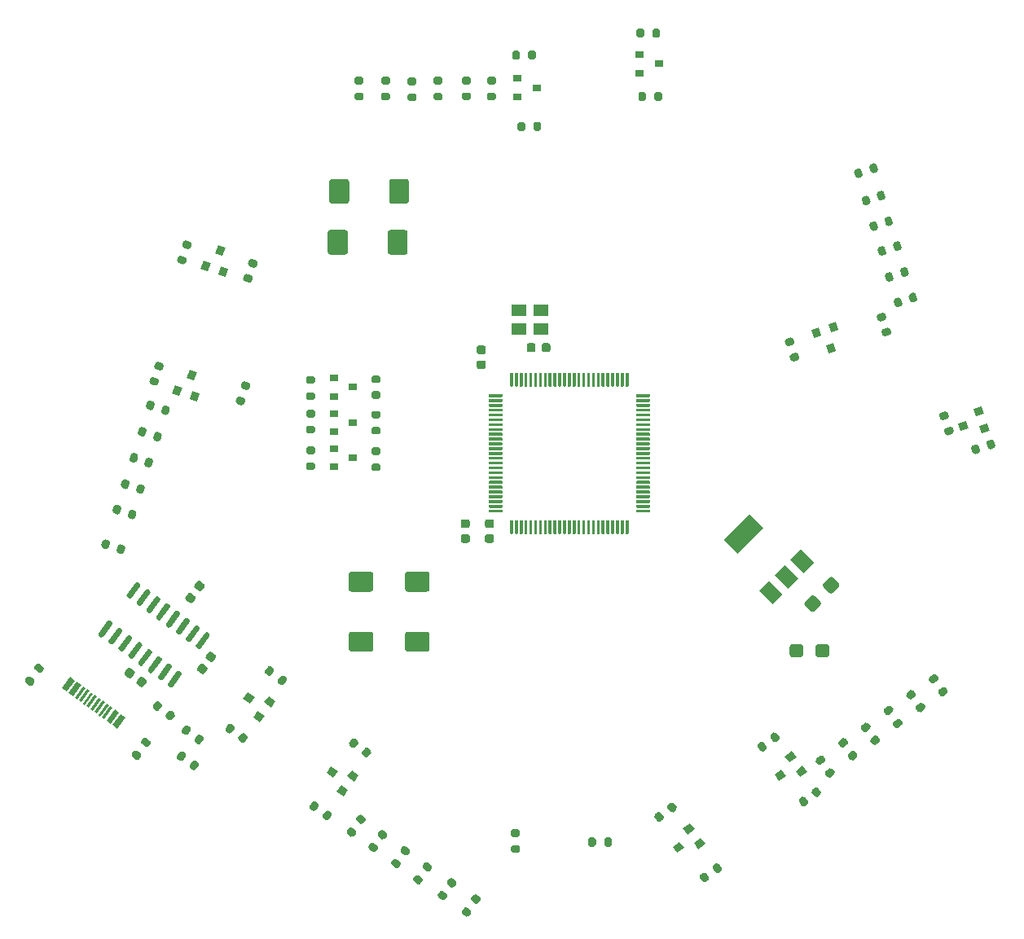
<source format=gbr>
%TF.GenerationSoftware,KiCad,Pcbnew,(5.1.7-0-10_14)*%
%TF.CreationDate,2021-04-07T15:47:16+02:00*%
%TF.ProjectId,Octogone_Sans_Regle,4f63746f-676f-46e6-955f-53616e735f52,rev?*%
%TF.SameCoordinates,Original*%
%TF.FileFunction,Paste,Bot*%
%TF.FilePolarity,Positive*%
%FSLAX46Y46*%
G04 Gerber Fmt 4.6, Leading zero omitted, Abs format (unit mm)*
G04 Created by KiCad (PCBNEW (5.1.7-0-10_14)) date 2021-04-07 15:47:16*
%MOMM*%
%LPD*%
G01*
G04 APERTURE LIST*
%ADD10R,0.900000X0.800000*%
%ADD11C,0.100000*%
%ADD12R,1.500000X1.300000*%
G04 APERTURE END LIST*
%TO.C,U4*%
G36*
G01*
X87999111Y-119887348D02*
X87756406Y-119711012D01*
G75*
G02*
X87723221Y-119501491I88168J121353D01*
G01*
X88693066Y-118166613D01*
G75*
G02*
X88902587Y-118133428I121353J-88168D01*
G01*
X89145292Y-118309764D01*
G75*
G02*
X89178477Y-118519285I-88168J-121353D01*
G01*
X88208632Y-119854163D01*
G75*
G02*
X87999111Y-119887348I-121353J88168D01*
G01*
G37*
G36*
G01*
X86971659Y-119140861D02*
X86728954Y-118964525D01*
G75*
G02*
X86695769Y-118755004I88168J121353D01*
G01*
X87665614Y-117420126D01*
G75*
G02*
X87875135Y-117386941I121353J-88168D01*
G01*
X88117840Y-117563277D01*
G75*
G02*
X88151025Y-117772798I-88168J-121353D01*
G01*
X87181180Y-119107676D01*
G75*
G02*
X86971659Y-119140861I-121353J88168D01*
G01*
G37*
G36*
G01*
X85944208Y-118394374D02*
X85701503Y-118218038D01*
G75*
G02*
X85668318Y-118008517I88168J121353D01*
G01*
X86638163Y-116673639D01*
G75*
G02*
X86847684Y-116640454I121353J-88168D01*
G01*
X87090389Y-116816790D01*
G75*
G02*
X87123574Y-117026311I-88168J-121353D01*
G01*
X86153729Y-118361189D01*
G75*
G02*
X85944208Y-118394374I-121353J88168D01*
G01*
G37*
G36*
G01*
X84916756Y-117647887D02*
X84674051Y-117471551D01*
G75*
G02*
X84640866Y-117262030I88168J121353D01*
G01*
X85610711Y-115927152D01*
G75*
G02*
X85820232Y-115893967I121353J-88168D01*
G01*
X86062937Y-116070303D01*
G75*
G02*
X86096122Y-116279824I-88168J-121353D01*
G01*
X85126277Y-117614702D01*
G75*
G02*
X84916756Y-117647887I-121353J88168D01*
G01*
G37*
G36*
G01*
X83889305Y-116901399D02*
X83646600Y-116725063D01*
G75*
G02*
X83613415Y-116515542I88168J121353D01*
G01*
X84583260Y-115180664D01*
G75*
G02*
X84792781Y-115147479I121353J-88168D01*
G01*
X85035486Y-115323815D01*
G75*
G02*
X85068671Y-115533336I-88168J-121353D01*
G01*
X84098826Y-116868214D01*
G75*
G02*
X83889305Y-116901399I-121353J88168D01*
G01*
G37*
G36*
G01*
X82861853Y-116154912D02*
X82619148Y-115978576D01*
G75*
G02*
X82585963Y-115769055I88168J121353D01*
G01*
X83555808Y-114434177D01*
G75*
G02*
X83765329Y-114400992I121353J-88168D01*
G01*
X84008034Y-114577328D01*
G75*
G02*
X84041219Y-114786849I-88168J-121353D01*
G01*
X83071374Y-116121727D01*
G75*
G02*
X82861853Y-116154912I-121353J88168D01*
G01*
G37*
G36*
G01*
X81834402Y-115408425D02*
X81591697Y-115232089D01*
G75*
G02*
X81558512Y-115022568I88168J121353D01*
G01*
X82528357Y-113687690D01*
G75*
G02*
X82737878Y-113654505I121353J-88168D01*
G01*
X82980583Y-113830841D01*
G75*
G02*
X83013768Y-114040362I-88168J-121353D01*
G01*
X82043923Y-115375240D01*
G75*
G02*
X81834402Y-115408425I-121353J88168D01*
G01*
G37*
G36*
G01*
X80806950Y-114661937D02*
X80564245Y-114485601D01*
G75*
G02*
X80531060Y-114276080I88168J121353D01*
G01*
X81500905Y-112941202D01*
G75*
G02*
X81710426Y-112908017I121353J-88168D01*
G01*
X81953131Y-113084353D01*
G75*
G02*
X81986316Y-113293874I-88168J-121353D01*
G01*
X81016471Y-114628752D01*
G75*
G02*
X80806950Y-114661937I-121353J88168D01*
G01*
G37*
G36*
G01*
X77897413Y-118666572D02*
X77654708Y-118490236D01*
G75*
G02*
X77621523Y-118280715I88168J121353D01*
G01*
X78591368Y-116945837D01*
G75*
G02*
X78800889Y-116912652I121353J-88168D01*
G01*
X79043594Y-117088988D01*
G75*
G02*
X79076779Y-117298509I-88168J-121353D01*
G01*
X78106934Y-118633387D01*
G75*
G02*
X77897413Y-118666572I-121353J88168D01*
G01*
G37*
G36*
G01*
X78924865Y-119413059D02*
X78682160Y-119236723D01*
G75*
G02*
X78648975Y-119027202I88168J121353D01*
G01*
X79618820Y-117692324D01*
G75*
G02*
X79828341Y-117659139I121353J-88168D01*
G01*
X80071046Y-117835475D01*
G75*
G02*
X80104231Y-118044996I-88168J-121353D01*
G01*
X79134386Y-119379874D01*
G75*
G02*
X78924865Y-119413059I-121353J88168D01*
G01*
G37*
G36*
G01*
X79952316Y-120159546D02*
X79709611Y-119983210D01*
G75*
G02*
X79676426Y-119773689I88168J121353D01*
G01*
X80646271Y-118438811D01*
G75*
G02*
X80855792Y-118405626I121353J-88168D01*
G01*
X81098497Y-118581962D01*
G75*
G02*
X81131682Y-118791483I-88168J-121353D01*
G01*
X80161837Y-120126361D01*
G75*
G02*
X79952316Y-120159546I-121353J88168D01*
G01*
G37*
G36*
G01*
X80979768Y-120906033D02*
X80737063Y-120729697D01*
G75*
G02*
X80703878Y-120520176I88168J121353D01*
G01*
X81673723Y-119185298D01*
G75*
G02*
X81883244Y-119152113I121353J-88168D01*
G01*
X82125949Y-119328449D01*
G75*
G02*
X82159134Y-119537970I-88168J-121353D01*
G01*
X81189289Y-120872848D01*
G75*
G02*
X80979768Y-120906033I-121353J88168D01*
G01*
G37*
G36*
G01*
X82007219Y-121652521D02*
X81764514Y-121476185D01*
G75*
G02*
X81731329Y-121266664I88168J121353D01*
G01*
X82701174Y-119931786D01*
G75*
G02*
X82910695Y-119898601I121353J-88168D01*
G01*
X83153400Y-120074937D01*
G75*
G02*
X83186585Y-120284458I-88168J-121353D01*
G01*
X82216740Y-121619336D01*
G75*
G02*
X82007219Y-121652521I-121353J88168D01*
G01*
G37*
G36*
G01*
X83034671Y-122399008D02*
X82791966Y-122222672D01*
G75*
G02*
X82758781Y-122013151I88168J121353D01*
G01*
X83728626Y-120678273D01*
G75*
G02*
X83938147Y-120645088I121353J-88168D01*
G01*
X84180852Y-120821424D01*
G75*
G02*
X84214037Y-121030945I-88168J-121353D01*
G01*
X83244192Y-122365823D01*
G75*
G02*
X83034671Y-122399008I-121353J88168D01*
G01*
G37*
G36*
G01*
X84062122Y-123145495D02*
X83819417Y-122969159D01*
G75*
G02*
X83786232Y-122759638I88168J121353D01*
G01*
X84756077Y-121424760D01*
G75*
G02*
X84965598Y-121391575I121353J-88168D01*
G01*
X85208303Y-121567911D01*
G75*
G02*
X85241488Y-121777432I-88168J-121353D01*
G01*
X84271643Y-123112310D01*
G75*
G02*
X84062122Y-123145495I-121353J88168D01*
G01*
G37*
G36*
G01*
X85089574Y-123891983D02*
X84846869Y-123715647D01*
G75*
G02*
X84813684Y-123506126I88168J121353D01*
G01*
X85783529Y-122171248D01*
G75*
G02*
X85993050Y-122138063I121353J-88168D01*
G01*
X86235755Y-122314399D01*
G75*
G02*
X86268940Y-122523920I-88168J-121353D01*
G01*
X85299095Y-123858798D01*
G75*
G02*
X85089574Y-123891983I-121353J88168D01*
G01*
G37*
%TD*%
%TO.C,R60*%
G36*
G01*
X87217808Y-128327711D02*
X86894526Y-128772671D01*
G75*
G02*
X86615166Y-128816917I-161803J117557D01*
G01*
X86291560Y-128581803D01*
G75*
G02*
X86247314Y-128302443I117557J161803D01*
G01*
X86570596Y-127857483D01*
G75*
G02*
X86849956Y-127813237I161803J-117557D01*
G01*
X87173562Y-128048351D01*
G75*
G02*
X87217808Y-128327711I-117557J-161803D01*
G01*
G37*
G36*
G01*
X88552686Y-129297557D02*
X88229404Y-129742517D01*
G75*
G02*
X87950044Y-129786763I-161803J117557D01*
G01*
X87626438Y-129551649D01*
G75*
G02*
X87582192Y-129272289I117557J161803D01*
G01*
X87905474Y-128827329D01*
G75*
G02*
X88184834Y-128783083I161803J-117557D01*
G01*
X88508440Y-129018197D01*
G75*
G02*
X88552686Y-129297557I-117557J-161803D01*
G01*
G37*
%TD*%
%TO.C,R59*%
G36*
G01*
X84217808Y-125827711D02*
X83894526Y-126272671D01*
G75*
G02*
X83615166Y-126316917I-161803J117557D01*
G01*
X83291560Y-126081803D01*
G75*
G02*
X83247314Y-125802443I117557J161803D01*
G01*
X83570596Y-125357483D01*
G75*
G02*
X83849956Y-125313237I161803J-117557D01*
G01*
X84173562Y-125548351D01*
G75*
G02*
X84217808Y-125827711I-117557J-161803D01*
G01*
G37*
G36*
G01*
X85552686Y-126797557D02*
X85229404Y-127242517D01*
G75*
G02*
X84950044Y-127286763I-161803J117557D01*
G01*
X84626438Y-127051649D01*
G75*
G02*
X84582192Y-126772289I117557J161803D01*
G01*
X84905474Y-126327329D01*
G75*
G02*
X85184834Y-126283083I161803J-117557D01*
G01*
X85508440Y-126518197D01*
G75*
G02*
X85552686Y-126797557I-117557J-161803D01*
G01*
G37*
%TD*%
%TO.C,C11*%
G36*
G01*
X81588996Y-123237751D02*
X81882888Y-122833242D01*
G75*
G02*
X82197169Y-122783465I182029J-132252D01*
G01*
X82561227Y-123047968D01*
G75*
G02*
X82611004Y-123362249I-132252J-182029D01*
G01*
X82317112Y-123766758D01*
G75*
G02*
X82002831Y-123816535I-182029J132252D01*
G01*
X81638773Y-123552032D01*
G75*
G02*
X81588996Y-123237751I132252J182029D01*
G01*
G37*
G36*
G01*
X80335020Y-122326683D02*
X80628912Y-121922174D01*
G75*
G02*
X80943193Y-121872397I182029J-132252D01*
G01*
X81307251Y-122136900D01*
G75*
G02*
X81357028Y-122451181I-132252J-182029D01*
G01*
X81063136Y-122855690D01*
G75*
G02*
X80748855Y-122905467I-182029J132252D01*
G01*
X80384797Y-122640964D01*
G75*
G02*
X80335020Y-122326683I132252J182029D01*
G01*
G37*
%TD*%
%TO.C,C10*%
G36*
G01*
X87254751Y-114059103D02*
X87654068Y-114360011D01*
G75*
G02*
X87698353Y-114675112I-135408J-179693D01*
G01*
X87427536Y-115034498D01*
G75*
G02*
X87112435Y-115078783I-179693J135408D01*
G01*
X86713118Y-114777875D01*
G75*
G02*
X86668833Y-114462774I135408J179693D01*
G01*
X86939650Y-114103388D01*
G75*
G02*
X87254751Y-114059103I179693J-135408D01*
G01*
G37*
G36*
G01*
X88187565Y-112821217D02*
X88586882Y-113122125D01*
G75*
G02*
X88631167Y-113437226I-135408J-179693D01*
G01*
X88360350Y-113796612D01*
G75*
G02*
X88045249Y-113840897I-179693J135408D01*
G01*
X87645932Y-113539989D01*
G75*
G02*
X87601647Y-113224888I135408J179693D01*
G01*
X87872464Y-112865502D01*
G75*
G02*
X88187565Y-112821217I179693J-135408D01*
G01*
G37*
%TD*%
%TO.C,C9*%
G36*
G01*
X88451181Y-121442972D02*
X88855690Y-121736864D01*
G75*
G02*
X88905467Y-122051145I-132252J-182029D01*
G01*
X88640964Y-122415203D01*
G75*
G02*
X88326683Y-122464980I-182029J132252D01*
G01*
X87922174Y-122171088D01*
G75*
G02*
X87872397Y-121856807I132252J182029D01*
G01*
X88136900Y-121492749D01*
G75*
G02*
X88451181Y-121442972I182029J-132252D01*
G01*
G37*
G36*
G01*
X89362249Y-120188996D02*
X89766758Y-120482888D01*
G75*
G02*
X89816535Y-120797169I-132252J-182029D01*
G01*
X89552032Y-121161227D01*
G75*
G02*
X89237751Y-121211004I-182029J132252D01*
G01*
X88833242Y-120917112D01*
G75*
G02*
X88783465Y-120602831I132252J182029D01*
G01*
X89047968Y-120238773D01*
G75*
G02*
X89362249Y-120188996I182029J-132252D01*
G01*
G37*
%TD*%
%TO.C,R1*%
G36*
G01*
X162580065Y-82959914D02*
X162750024Y-83482995D01*
G75*
G02*
X162621616Y-83735009I-190211J-61803D01*
G01*
X162241193Y-83858616D01*
G75*
G02*
X161989179Y-83730208I-61803J190211D01*
G01*
X161819220Y-83207127D01*
G75*
G02*
X161947628Y-82955113I190211J61803D01*
G01*
X162328051Y-82831506D01*
G75*
G02*
X162580065Y-82959914I61803J-190211D01*
G01*
G37*
G36*
G01*
X161010821Y-83469792D02*
X161180780Y-83992873D01*
G75*
G02*
X161052372Y-84244887I-190211J-61803D01*
G01*
X160671949Y-84368494D01*
G75*
G02*
X160419935Y-84240086I-61803J190211D01*
G01*
X160249976Y-83717005D01*
G75*
G02*
X160378384Y-83464991I190211J61803D01*
G01*
X160758807Y-83341384D01*
G75*
G02*
X161010821Y-83469792I61803J-190211D01*
G01*
G37*
%TD*%
%TO.C,R58*%
G36*
G01*
X121150000Y-65825000D02*
X121150000Y-65275000D01*
G75*
G02*
X121350000Y-65075000I200000J0D01*
G01*
X121750000Y-65075000D01*
G75*
G02*
X121950000Y-65275000I0J-200000D01*
G01*
X121950000Y-65825000D01*
G75*
G02*
X121750000Y-66025000I-200000J0D01*
G01*
X121350000Y-66025000D01*
G75*
G02*
X121150000Y-65825000I0J200000D01*
G01*
G37*
G36*
G01*
X122800000Y-65825000D02*
X122800000Y-65275000D01*
G75*
G02*
X123000000Y-65075000I200000J0D01*
G01*
X123400000Y-65075000D01*
G75*
G02*
X123600000Y-65275000I0J-200000D01*
G01*
X123600000Y-65825000D01*
G75*
G02*
X123400000Y-66025000I-200000J0D01*
G01*
X123000000Y-66025000D01*
G75*
G02*
X122800000Y-65825000I0J200000D01*
G01*
G37*
%TD*%
%TO.C,R57*%
G36*
G01*
X123075000Y-57875000D02*
X123075000Y-58425000D01*
G75*
G02*
X122875000Y-58625000I-200000J0D01*
G01*
X122475000Y-58625000D01*
G75*
G02*
X122275000Y-58425000I0J200000D01*
G01*
X122275000Y-57875000D01*
G75*
G02*
X122475000Y-57675000I200000J0D01*
G01*
X122875000Y-57675000D01*
G75*
G02*
X123075000Y-57875000I0J-200000D01*
G01*
G37*
G36*
G01*
X121425000Y-57875000D02*
X121425000Y-58425000D01*
G75*
G02*
X121225000Y-58625000I-200000J0D01*
G01*
X120825000Y-58625000D01*
G75*
G02*
X120625000Y-58425000I0J200000D01*
G01*
X120625000Y-57875000D01*
G75*
G02*
X120825000Y-57675000I200000J0D01*
G01*
X121225000Y-57675000D01*
G75*
G02*
X121425000Y-57875000I0J-200000D01*
G01*
G37*
%TD*%
%TO.C,R24*%
G36*
G01*
X106152443Y-141002686D02*
X105707483Y-140679404D01*
G75*
G02*
X105663237Y-140400044I117557J161803D01*
G01*
X105898351Y-140076438D01*
G75*
G02*
X106177711Y-140032192I161803J-117557D01*
G01*
X106622671Y-140355474D01*
G75*
G02*
X106666917Y-140634834I-117557J-161803D01*
G01*
X106431803Y-140958440D01*
G75*
G02*
X106152443Y-141002686I-161803J117557D01*
G01*
G37*
G36*
G01*
X107122289Y-139667808D02*
X106677329Y-139344526D01*
G75*
G02*
X106633083Y-139065166I117557J161803D01*
G01*
X106868197Y-138741560D01*
G75*
G02*
X107147557Y-138697314I161803J-117557D01*
G01*
X107592517Y-139020596D01*
G75*
G02*
X107636763Y-139299956I-117557J-161803D01*
G01*
X107401649Y-139623562D01*
G75*
G02*
X107122289Y-139667808I-161803J117557D01*
G01*
G37*
%TD*%
%TO.C,R23*%
G36*
G01*
X103902443Y-139402686D02*
X103457483Y-139079404D01*
G75*
G02*
X103413237Y-138800044I117557J161803D01*
G01*
X103648351Y-138476438D01*
G75*
G02*
X103927711Y-138432192I161803J-117557D01*
G01*
X104372671Y-138755474D01*
G75*
G02*
X104416917Y-139034834I-117557J-161803D01*
G01*
X104181803Y-139358440D01*
G75*
G02*
X103902443Y-139402686I-161803J117557D01*
G01*
G37*
G36*
G01*
X104872289Y-138067808D02*
X104427329Y-137744526D01*
G75*
G02*
X104383083Y-137465166I117557J161803D01*
G01*
X104618197Y-137141560D01*
G75*
G02*
X104897557Y-137097314I161803J-117557D01*
G01*
X105342517Y-137420596D01*
G75*
G02*
X105386763Y-137699956I-117557J-161803D01*
G01*
X105151649Y-138023562D01*
G75*
G02*
X104872289Y-138067808I-161803J117557D01*
G01*
G37*
%TD*%
%TO.C,R14*%
G36*
G01*
X81699976Y-97432995D02*
X81869935Y-96909914D01*
G75*
G02*
X82121949Y-96781506I190211J-61803D01*
G01*
X82502372Y-96905113D01*
G75*
G02*
X82630780Y-97157127I-61803J-190211D01*
G01*
X82460821Y-97680208D01*
G75*
G02*
X82208807Y-97808616I-190211J61803D01*
G01*
X81828384Y-97685009D01*
G75*
G02*
X81699976Y-97432995I61803J190211D01*
G01*
G37*
G36*
G01*
X83269220Y-97942873D02*
X83439179Y-97419792D01*
G75*
G02*
X83691193Y-97291384I190211J-61803D01*
G01*
X84071616Y-97414991D01*
G75*
G02*
X84200024Y-97667005I-61803J-190211D01*
G01*
X84030065Y-98190086D01*
G75*
G02*
X83778051Y-98318494I-190211J61803D01*
G01*
X83397628Y-98194887D01*
G75*
G02*
X83269220Y-97942873I61803J190211D01*
G01*
G37*
%TD*%
%TO.C,R16*%
G36*
G01*
X80799976Y-100132995D02*
X80969935Y-99609914D01*
G75*
G02*
X81221949Y-99481506I190211J-61803D01*
G01*
X81602372Y-99605113D01*
G75*
G02*
X81730780Y-99857127I-61803J-190211D01*
G01*
X81560821Y-100380208D01*
G75*
G02*
X81308807Y-100508616I-190211J61803D01*
G01*
X80928384Y-100385009D01*
G75*
G02*
X80799976Y-100132995I61803J190211D01*
G01*
G37*
G36*
G01*
X82369220Y-100642873D02*
X82539179Y-100119792D01*
G75*
G02*
X82791193Y-99991384I190211J-61803D01*
G01*
X83171616Y-100114991D01*
G75*
G02*
X83300024Y-100367005I-61803J-190211D01*
G01*
X83130065Y-100890086D01*
G75*
G02*
X82878051Y-101018494I-190211J61803D01*
G01*
X82497628Y-100894887D01*
G75*
G02*
X82369220Y-100642873I61803J190211D01*
G01*
G37*
%TD*%
%TO.C,R17*%
G36*
G01*
X79949976Y-102882995D02*
X80119935Y-102359914D01*
G75*
G02*
X80371949Y-102231506I190211J-61803D01*
G01*
X80752372Y-102355113D01*
G75*
G02*
X80880780Y-102607127I-61803J-190211D01*
G01*
X80710821Y-103130208D01*
G75*
G02*
X80458807Y-103258616I-190211J61803D01*
G01*
X80078384Y-103135009D01*
G75*
G02*
X79949976Y-102882995I61803J190211D01*
G01*
G37*
G36*
G01*
X81519220Y-103392873D02*
X81689179Y-102869792D01*
G75*
G02*
X81941193Y-102741384I190211J-61803D01*
G01*
X82321616Y-102864991D01*
G75*
G02*
X82450024Y-103117005I-61803J-190211D01*
G01*
X82280065Y-103640086D01*
G75*
G02*
X82028051Y-103768494I-190211J61803D01*
G01*
X81647628Y-103644887D01*
G75*
G02*
X81519220Y-103392873I61803J190211D01*
G01*
G37*
%TD*%
%TO.C,R18*%
G36*
G01*
X79065354Y-105528056D02*
X79235313Y-105004975D01*
G75*
G02*
X79487327Y-104876567I190211J-61803D01*
G01*
X79867750Y-105000174D01*
G75*
G02*
X79996158Y-105252188I-61803J-190211D01*
G01*
X79826199Y-105775269D01*
G75*
G02*
X79574185Y-105903677I-190211J61803D01*
G01*
X79193762Y-105780070D01*
G75*
G02*
X79065354Y-105528056I61803J190211D01*
G01*
G37*
G36*
G01*
X80634598Y-106037934D02*
X80804557Y-105514853D01*
G75*
G02*
X81056571Y-105386445I190211J-61803D01*
G01*
X81436994Y-105510052D01*
G75*
G02*
X81565402Y-105762066I-61803J-190211D01*
G01*
X81395443Y-106285147D01*
G75*
G02*
X81143429Y-106413555I-190211J61803D01*
G01*
X80763006Y-106289948D01*
G75*
G02*
X80634598Y-106037934I61803J190211D01*
G01*
G37*
%TD*%
%TO.C,R25*%
G36*
G01*
X115852443Y-147702686D02*
X115407483Y-147379404D01*
G75*
G02*
X115363237Y-147100044I117557J161803D01*
G01*
X115598351Y-146776438D01*
G75*
G02*
X115877711Y-146732192I161803J-117557D01*
G01*
X116322671Y-147055474D01*
G75*
G02*
X116366917Y-147334834I-117557J-161803D01*
G01*
X116131803Y-147658440D01*
G75*
G02*
X115852443Y-147702686I-161803J117557D01*
G01*
G37*
G36*
G01*
X116822289Y-146367808D02*
X116377329Y-146044526D01*
G75*
G02*
X116333083Y-145765166I117557J161803D01*
G01*
X116568197Y-145441560D01*
G75*
G02*
X116847557Y-145397314I161803J-117557D01*
G01*
X117292517Y-145720596D01*
G75*
G02*
X117336763Y-145999956I-117557J-161803D01*
G01*
X117101649Y-146323562D01*
G75*
G02*
X116822289Y-146367808I-161803J117557D01*
G01*
G37*
%TD*%
%TO.C,R26*%
G36*
G01*
X108517520Y-142670125D02*
X108072560Y-142346843D01*
G75*
G02*
X108028314Y-142067483I117557J161803D01*
G01*
X108263428Y-141743877D01*
G75*
G02*
X108542788Y-141699631I161803J-117557D01*
G01*
X108987748Y-142022913D01*
G75*
G02*
X109031994Y-142302273I-117557J-161803D01*
G01*
X108796880Y-142625879D01*
G75*
G02*
X108517520Y-142670125I-161803J117557D01*
G01*
G37*
G36*
G01*
X109487366Y-141335247D02*
X109042406Y-141011965D01*
G75*
G02*
X108998160Y-140732605I117557J161803D01*
G01*
X109233274Y-140408999D01*
G75*
G02*
X109512634Y-140364753I161803J-117557D01*
G01*
X109957594Y-140688035D01*
G75*
G02*
X110001840Y-140967395I-117557J-161803D01*
G01*
X109766726Y-141291001D01*
G75*
G02*
X109487366Y-141335247I-161803J117557D01*
G01*
G37*
%TD*%
D10*
%TO.C,Q8*%
X102070000Y-100960000D03*
X102070000Y-99060000D03*
X104070000Y-100010000D03*
%TD*%
%TO.C,R3*%
G36*
G01*
X158480065Y-69509914D02*
X158650024Y-70032995D01*
G75*
G02*
X158521616Y-70285009I-190211J-61803D01*
G01*
X158141193Y-70408616D01*
G75*
G02*
X157889179Y-70280208I-61803J190211D01*
G01*
X157719220Y-69757127D01*
G75*
G02*
X157847628Y-69505113I190211J61803D01*
G01*
X158228051Y-69381506D01*
G75*
G02*
X158480065Y-69509914I61803J-190211D01*
G01*
G37*
G36*
G01*
X156910821Y-70019792D02*
X157080780Y-70542873D01*
G75*
G02*
X156952372Y-70794887I-190211J-61803D01*
G01*
X156571949Y-70918494D01*
G75*
G02*
X156319935Y-70790086I-61803J190211D01*
G01*
X156149976Y-70267005D01*
G75*
G02*
X156278384Y-70014991I190211J61803D01*
G01*
X156658807Y-69891384D01*
G75*
G02*
X156910821Y-70019792I61803J-190211D01*
G01*
G37*
%TD*%
%TO.C,R32*%
G36*
G01*
X105952686Y-130647557D02*
X105629404Y-131092517D01*
G75*
G02*
X105350044Y-131136763I-161803J117557D01*
G01*
X105026438Y-130901649D01*
G75*
G02*
X104982192Y-130622289I117557J161803D01*
G01*
X105305474Y-130177329D01*
G75*
G02*
X105584834Y-130133083I161803J-117557D01*
G01*
X105908440Y-130368197D01*
G75*
G02*
X105952686Y-130647557I-117557J-161803D01*
G01*
G37*
G36*
G01*
X104617808Y-129677711D02*
X104294526Y-130122671D01*
G75*
G02*
X104015166Y-130166917I-161803J117557D01*
G01*
X103691560Y-129931803D01*
G75*
G02*
X103647314Y-129652443I117557J161803D01*
G01*
X103970596Y-129207483D01*
G75*
G02*
X104249956Y-129163237I161803J-117557D01*
G01*
X104573562Y-129398351D01*
G75*
G02*
X104617808Y-129677711I-117557J-161803D01*
G01*
G37*
%TD*%
%TO.C,R31*%
G36*
G01*
X99547314Y-136202443D02*
X99870596Y-135757483D01*
G75*
G02*
X100149956Y-135713237I161803J-117557D01*
G01*
X100473562Y-135948351D01*
G75*
G02*
X100517808Y-136227711I-117557J-161803D01*
G01*
X100194526Y-136672671D01*
G75*
G02*
X99915166Y-136716917I-161803J117557D01*
G01*
X99591560Y-136481803D01*
G75*
G02*
X99547314Y-136202443I117557J161803D01*
G01*
G37*
G36*
G01*
X100882192Y-137172289D02*
X101205474Y-136727329D01*
G75*
G02*
X101484834Y-136683083I161803J-117557D01*
G01*
X101808440Y-136918197D01*
G75*
G02*
X101852686Y-137197557I-117557J-161803D01*
G01*
X101529404Y-137642517D01*
G75*
G02*
X101250044Y-137686763I-161803J117557D01*
G01*
X100926438Y-137451649D01*
G75*
G02*
X100882192Y-137172289I117557J161803D01*
G01*
G37*
%TD*%
%TO.C,R30*%
G36*
G01*
X94897314Y-122152443D02*
X95220596Y-121707483D01*
G75*
G02*
X95499956Y-121663237I161803J-117557D01*
G01*
X95823562Y-121898351D01*
G75*
G02*
X95867808Y-122177711I-117557J-161803D01*
G01*
X95544526Y-122622671D01*
G75*
G02*
X95265166Y-122666917I-161803J117557D01*
G01*
X94941560Y-122431803D01*
G75*
G02*
X94897314Y-122152443I117557J161803D01*
G01*
G37*
G36*
G01*
X96232192Y-123122289D02*
X96555474Y-122677329D01*
G75*
G02*
X96834834Y-122633083I161803J-117557D01*
G01*
X97158440Y-122868197D01*
G75*
G02*
X97202686Y-123147557I-117557J-161803D01*
G01*
X96879404Y-123592517D01*
G75*
G02*
X96600044Y-123636763I-161803J117557D01*
G01*
X96276438Y-123401649D01*
G75*
G02*
X96232192Y-123122289I117557J161803D01*
G01*
G37*
%TD*%
%TO.C,R29*%
G36*
G01*
X90797314Y-128152443D02*
X91120596Y-127707483D01*
G75*
G02*
X91399956Y-127663237I161803J-117557D01*
G01*
X91723562Y-127898351D01*
G75*
G02*
X91767808Y-128177711I-117557J-161803D01*
G01*
X91444526Y-128622671D01*
G75*
G02*
X91165166Y-128666917I-161803J117557D01*
G01*
X90841560Y-128431803D01*
G75*
G02*
X90797314Y-128152443I117557J161803D01*
G01*
G37*
G36*
G01*
X92132192Y-129122289D02*
X92455474Y-128677329D01*
G75*
G02*
X92734834Y-128633083I161803J-117557D01*
G01*
X93058440Y-128868197D01*
G75*
G02*
X93102686Y-129147557I-117557J-161803D01*
G01*
X92779404Y-129592517D01*
G75*
G02*
X92500044Y-129636763I-161803J117557D01*
G01*
X92176438Y-129401649D01*
G75*
G02*
X92132192Y-129122289I117557J161803D01*
G01*
G37*
%TD*%
%TO.C,R22*%
G36*
G01*
X92528056Y-94534646D02*
X92004975Y-94364687D01*
G75*
G02*
X91876567Y-94112673I61803J190211D01*
G01*
X92000174Y-93732250D01*
G75*
G02*
X92252188Y-93603842I190211J-61803D01*
G01*
X92775269Y-93773801D01*
G75*
G02*
X92903677Y-94025815I-61803J-190211D01*
G01*
X92780070Y-94406238D01*
G75*
G02*
X92528056Y-94534646I-190211J61803D01*
G01*
G37*
G36*
G01*
X93037934Y-92965402D02*
X92514853Y-92795443D01*
G75*
G02*
X92386445Y-92543429I61803J190211D01*
G01*
X92510052Y-92163006D01*
G75*
G02*
X92762066Y-92034598I190211J-61803D01*
G01*
X93285147Y-92204557D01*
G75*
G02*
X93413555Y-92456571I-61803J-190211D01*
G01*
X93289948Y-92836994D01*
G75*
G02*
X93037934Y-92965402I-190211J61803D01*
G01*
G37*
%TD*%
%TO.C,R21*%
G36*
G01*
X83767005Y-89999976D02*
X84290086Y-90169935D01*
G75*
G02*
X84418494Y-90421949I-61803J-190211D01*
G01*
X84294887Y-90802372D01*
G75*
G02*
X84042873Y-90930780I-190211J61803D01*
G01*
X83519792Y-90760821D01*
G75*
G02*
X83391384Y-90508807I61803J190211D01*
G01*
X83514991Y-90128384D01*
G75*
G02*
X83767005Y-89999976I190211J-61803D01*
G01*
G37*
G36*
G01*
X83257127Y-91569220D02*
X83780208Y-91739179D01*
G75*
G02*
X83908616Y-91991193I-61803J-190211D01*
G01*
X83785009Y-92371616D01*
G75*
G02*
X83532995Y-92500024I-190211J61803D01*
G01*
X83009914Y-92330065D01*
G75*
G02*
X82881506Y-92078051I61803J190211D01*
G01*
X83005113Y-91697628D01*
G75*
G02*
X83257127Y-91569220I190211J-61803D01*
G01*
G37*
%TD*%
%TO.C,R20*%
G36*
G01*
X93287934Y-81815402D02*
X92764853Y-81645443D01*
G75*
G02*
X92636445Y-81393429I61803J190211D01*
G01*
X92760052Y-81013006D01*
G75*
G02*
X93012066Y-80884598I190211J-61803D01*
G01*
X93535147Y-81054557D01*
G75*
G02*
X93663555Y-81306571I-61803J-190211D01*
G01*
X93539948Y-81686994D01*
G75*
G02*
X93287934Y-81815402I-190211J61803D01*
G01*
G37*
G36*
G01*
X93797812Y-80246158D02*
X93274731Y-80076199D01*
G75*
G02*
X93146323Y-79824185I61803J190211D01*
G01*
X93269930Y-79443762D01*
G75*
G02*
X93521944Y-79315354I190211J-61803D01*
G01*
X94045025Y-79485313D01*
G75*
G02*
X94173433Y-79737327I-61803J-190211D01*
G01*
X94049826Y-80117750D01*
G75*
G02*
X93797812Y-80246158I-190211J61803D01*
G01*
G37*
%TD*%
%TO.C,R19*%
G36*
G01*
X86667005Y-77399976D02*
X87190086Y-77569935D01*
G75*
G02*
X87318494Y-77821949I-61803J-190211D01*
G01*
X87194887Y-78202372D01*
G75*
G02*
X86942873Y-78330780I-190211J61803D01*
G01*
X86419792Y-78160821D01*
G75*
G02*
X86291384Y-77908807I61803J190211D01*
G01*
X86414991Y-77528384D01*
G75*
G02*
X86667005Y-77399976I190211J-61803D01*
G01*
G37*
G36*
G01*
X86157127Y-78969220D02*
X86680208Y-79139179D01*
G75*
G02*
X86808616Y-79391193I-61803J-190211D01*
G01*
X86685009Y-79771616D01*
G75*
G02*
X86432995Y-79900024I-190211J61803D01*
G01*
X85909914Y-79730065D01*
G75*
G02*
X85781506Y-79478051I61803J190211D01*
G01*
X85905113Y-79097628D01*
G75*
G02*
X86157127Y-78969220I190211J-61803D01*
G01*
G37*
%TD*%
%TO.C,R10*%
G36*
G01*
X150340086Y-89830065D02*
X149817005Y-90000024D01*
G75*
G02*
X149564991Y-89871616I-61803J190211D01*
G01*
X149441384Y-89491193D01*
G75*
G02*
X149569792Y-89239179I190211J61803D01*
G01*
X150092873Y-89069220D01*
G75*
G02*
X150344887Y-89197628I61803J-190211D01*
G01*
X150468494Y-89578051D01*
G75*
G02*
X150340086Y-89830065I-190211J-61803D01*
G01*
G37*
G36*
G01*
X149830208Y-88260821D02*
X149307127Y-88430780D01*
G75*
G02*
X149055113Y-88302372I-61803J190211D01*
G01*
X148931506Y-87921949D01*
G75*
G02*
X149059914Y-87669935I190211J61803D01*
G01*
X149582995Y-87499976D01*
G75*
G02*
X149835009Y-87628384I61803J-190211D01*
G01*
X149958616Y-88008807D01*
G75*
G02*
X149830208Y-88260821I-190211J-61803D01*
G01*
G37*
%TD*%
%TO.C,R9*%
G36*
G01*
X159890086Y-87230065D02*
X159367005Y-87400024D01*
G75*
G02*
X159114991Y-87271616I-61803J190211D01*
G01*
X158991384Y-86891193D01*
G75*
G02*
X159119792Y-86639179I190211J61803D01*
G01*
X159642873Y-86469220D01*
G75*
G02*
X159894887Y-86597628I61803J-190211D01*
G01*
X160018494Y-86978051D01*
G75*
G02*
X159890086Y-87230065I-190211J-61803D01*
G01*
G37*
G36*
G01*
X159380208Y-85660821D02*
X158857127Y-85830780D01*
G75*
G02*
X158605113Y-85702372I-61803J190211D01*
G01*
X158481506Y-85321949D01*
G75*
G02*
X158609914Y-85069935I190211J61803D01*
G01*
X159132995Y-84899976D01*
G75*
G02*
X159385009Y-85028384I61803J-190211D01*
G01*
X159508616Y-85408807D01*
G75*
G02*
X159380208Y-85660821I-190211J-61803D01*
G01*
G37*
%TD*%
%TO.C,R8*%
G36*
G01*
X165104975Y-95335313D02*
X165628056Y-95165354D01*
G75*
G02*
X165880070Y-95293762I61803J-190211D01*
G01*
X166003677Y-95674185D01*
G75*
G02*
X165875269Y-95926199I-190211J-61803D01*
G01*
X165352188Y-96096158D01*
G75*
G02*
X165100174Y-95967750I-61803J190211D01*
G01*
X164976567Y-95587327D01*
G75*
G02*
X165104975Y-95335313I190211J61803D01*
G01*
G37*
G36*
G01*
X165614853Y-96904557D02*
X166137934Y-96734598D01*
G75*
G02*
X166389948Y-96863006I61803J-190211D01*
G01*
X166513555Y-97243429D01*
G75*
G02*
X166385147Y-97495443I-190211J-61803D01*
G01*
X165862066Y-97665402D01*
G75*
G02*
X165610052Y-97536994I-61803J190211D01*
G01*
X165486445Y-97156571D01*
G75*
G02*
X165614853Y-96904557I190211J61803D01*
G01*
G37*
%TD*%
%TO.C,R7*%
G36*
G01*
X168485313Y-99495025D02*
X168315354Y-98971944D01*
G75*
G02*
X168443762Y-98719930I190211J61803D01*
G01*
X168824185Y-98596323D01*
G75*
G02*
X169076199Y-98724731I61803J-190211D01*
G01*
X169246158Y-99247812D01*
G75*
G02*
X169117750Y-99499826I-190211J-61803D01*
G01*
X168737327Y-99623433D01*
G75*
G02*
X168485313Y-99495025I-61803J190211D01*
G01*
G37*
G36*
G01*
X170054557Y-98985147D02*
X169884598Y-98462066D01*
G75*
G02*
X170013006Y-98210052I190211J61803D01*
G01*
X170393429Y-98086445D01*
G75*
G02*
X170645443Y-98214853I61803J-190211D01*
G01*
X170815402Y-98737934D01*
G75*
G02*
X170686994Y-98989948I-190211J-61803D01*
G01*
X170306571Y-99113555D01*
G75*
G02*
X170054557Y-98985147I-61803J190211D01*
G01*
G37*
%TD*%
%TO.C,R38*%
G36*
G01*
X106725000Y-93875000D02*
X106175000Y-93875000D01*
G75*
G02*
X105975000Y-93675000I0J200000D01*
G01*
X105975000Y-93275000D01*
G75*
G02*
X106175000Y-93075000I200000J0D01*
G01*
X106725000Y-93075000D01*
G75*
G02*
X106925000Y-93275000I0J-200000D01*
G01*
X106925000Y-93675000D01*
G75*
G02*
X106725000Y-93875000I-200000J0D01*
G01*
G37*
G36*
G01*
X106725000Y-92225000D02*
X106175000Y-92225000D01*
G75*
G02*
X105975000Y-92025000I0J200000D01*
G01*
X105975000Y-91625000D01*
G75*
G02*
X106175000Y-91425000I200000J0D01*
G01*
X106725000Y-91425000D01*
G75*
G02*
X106925000Y-91625000I0J-200000D01*
G01*
X106925000Y-92025000D01*
G75*
G02*
X106725000Y-92225000I-200000J0D01*
G01*
G37*
%TD*%
%TO.C,R37*%
G36*
G01*
X99925000Y-93975000D02*
X99375000Y-93975000D01*
G75*
G02*
X99175000Y-93775000I0J200000D01*
G01*
X99175000Y-93375000D01*
G75*
G02*
X99375000Y-93175000I200000J0D01*
G01*
X99925000Y-93175000D01*
G75*
G02*
X100125000Y-93375000I0J-200000D01*
G01*
X100125000Y-93775000D01*
G75*
G02*
X99925000Y-93975000I-200000J0D01*
G01*
G37*
G36*
G01*
X99925000Y-92325000D02*
X99375000Y-92325000D01*
G75*
G02*
X99175000Y-92125000I0J200000D01*
G01*
X99175000Y-91725000D01*
G75*
G02*
X99375000Y-91525000I200000J0D01*
G01*
X99925000Y-91525000D01*
G75*
G02*
X100125000Y-91725000I0J-200000D01*
G01*
X100125000Y-92125000D01*
G75*
G02*
X99925000Y-92325000I-200000J0D01*
G01*
G37*
%TD*%
%TO.C,R36*%
G36*
G01*
X106725000Y-97575000D02*
X106175000Y-97575000D01*
G75*
G02*
X105975000Y-97375000I0J200000D01*
G01*
X105975000Y-96975000D01*
G75*
G02*
X106175000Y-96775000I200000J0D01*
G01*
X106725000Y-96775000D01*
G75*
G02*
X106925000Y-96975000I0J-200000D01*
G01*
X106925000Y-97375000D01*
G75*
G02*
X106725000Y-97575000I-200000J0D01*
G01*
G37*
G36*
G01*
X106725000Y-95925000D02*
X106175000Y-95925000D01*
G75*
G02*
X105975000Y-95725000I0J200000D01*
G01*
X105975000Y-95325000D01*
G75*
G02*
X106175000Y-95125000I200000J0D01*
G01*
X106725000Y-95125000D01*
G75*
G02*
X106925000Y-95325000I0J-200000D01*
G01*
X106925000Y-95725000D01*
G75*
G02*
X106725000Y-95925000I-200000J0D01*
G01*
G37*
%TD*%
%TO.C,R35*%
G36*
G01*
X99925000Y-97475000D02*
X99375000Y-97475000D01*
G75*
G02*
X99175000Y-97275000I0J200000D01*
G01*
X99175000Y-96875000D01*
G75*
G02*
X99375000Y-96675000I200000J0D01*
G01*
X99925000Y-96675000D01*
G75*
G02*
X100125000Y-96875000I0J-200000D01*
G01*
X100125000Y-97275000D01*
G75*
G02*
X99925000Y-97475000I-200000J0D01*
G01*
G37*
G36*
G01*
X99925000Y-95825000D02*
X99375000Y-95825000D01*
G75*
G02*
X99175000Y-95625000I0J200000D01*
G01*
X99175000Y-95225000D01*
G75*
G02*
X99375000Y-95025000I200000J0D01*
G01*
X99925000Y-95025000D01*
G75*
G02*
X100125000Y-95225000I0J-200000D01*
G01*
X100125000Y-95625000D01*
G75*
G02*
X99925000Y-95825000I-200000J0D01*
G01*
G37*
%TD*%
%TO.C,R34*%
G36*
G01*
X106725000Y-101375000D02*
X106175000Y-101375000D01*
G75*
G02*
X105975000Y-101175000I0J200000D01*
G01*
X105975000Y-100775000D01*
G75*
G02*
X106175000Y-100575000I200000J0D01*
G01*
X106725000Y-100575000D01*
G75*
G02*
X106925000Y-100775000I0J-200000D01*
G01*
X106925000Y-101175000D01*
G75*
G02*
X106725000Y-101375000I-200000J0D01*
G01*
G37*
G36*
G01*
X106725000Y-99725000D02*
X106175000Y-99725000D01*
G75*
G02*
X105975000Y-99525000I0J200000D01*
G01*
X105975000Y-99125000D01*
G75*
G02*
X106175000Y-98925000I200000J0D01*
G01*
X106725000Y-98925000D01*
G75*
G02*
X106925000Y-99125000I0J-200000D01*
G01*
X106925000Y-99525000D01*
G75*
G02*
X106725000Y-99725000I-200000J0D01*
G01*
G37*
%TD*%
%TO.C,R13*%
G36*
G01*
X82534598Y-94687934D02*
X82704557Y-94164853D01*
G75*
G02*
X82956571Y-94036445I190211J-61803D01*
G01*
X83336994Y-94160052D01*
G75*
G02*
X83465402Y-94412066I-61803J-190211D01*
G01*
X83295443Y-94935147D01*
G75*
G02*
X83043429Y-95063555I-190211J61803D01*
G01*
X82663006Y-94939948D01*
G75*
G02*
X82534598Y-94687934I61803J190211D01*
G01*
G37*
G36*
G01*
X84103842Y-95197812D02*
X84273801Y-94674731D01*
G75*
G02*
X84525815Y-94546323I190211J-61803D01*
G01*
X84906238Y-94669930D01*
G75*
G02*
X85034646Y-94921944I-61803J-190211D01*
G01*
X84864687Y-95445025D01*
G75*
G02*
X84612673Y-95573433I-190211J61803D01*
G01*
X84232250Y-95449826D01*
G75*
G02*
X84103842Y-95197812I61803J190211D01*
G01*
G37*
%TD*%
%TO.C,R33*%
G36*
G01*
X99925000Y-101275000D02*
X99375000Y-101275000D01*
G75*
G02*
X99175000Y-101075000I0J200000D01*
G01*
X99175000Y-100675000D01*
G75*
G02*
X99375000Y-100475000I200000J0D01*
G01*
X99925000Y-100475000D01*
G75*
G02*
X100125000Y-100675000I0J-200000D01*
G01*
X100125000Y-101075000D01*
G75*
G02*
X99925000Y-101275000I-200000J0D01*
G01*
G37*
G36*
G01*
X99925000Y-99625000D02*
X99375000Y-99625000D01*
G75*
G02*
X99175000Y-99425000I0J200000D01*
G01*
X99175000Y-99025000D01*
G75*
G02*
X99375000Y-98825000I200000J0D01*
G01*
X99925000Y-98825000D01*
G75*
G02*
X100125000Y-99025000I0J-200000D01*
G01*
X100125000Y-99425000D01*
G75*
G02*
X99925000Y-99625000I-200000J0D01*
G01*
G37*
%TD*%
D11*
%TO.C,Q2*%
G36*
X151691801Y-86683889D02*
G01*
X152452646Y-86436676D01*
X152730761Y-87292627D01*
X151969916Y-87539840D01*
X151691801Y-86683889D01*
G37*
G36*
X153498809Y-86096756D02*
G01*
X154259654Y-85849543D01*
X154537769Y-86705494D01*
X153776924Y-86952707D01*
X153498809Y-86096756D01*
G37*
G36*
X153213339Y-88292436D02*
G01*
X153974184Y-88045223D01*
X154252299Y-88901174D01*
X153491454Y-89148387D01*
X153213339Y-88292436D01*
G37*
%TD*%
%TO.C,U1*%
G36*
G01*
X118150000Y-105625000D02*
X118150000Y-105475000D01*
G75*
G02*
X118225000Y-105400000I75000J0D01*
G01*
X119550000Y-105400000D01*
G75*
G02*
X119625000Y-105475000I0J-75000D01*
G01*
X119625000Y-105625000D01*
G75*
G02*
X119550000Y-105700000I-75000J0D01*
G01*
X118225000Y-105700000D01*
G75*
G02*
X118150000Y-105625000I0J75000D01*
G01*
G37*
G36*
G01*
X118150000Y-105125000D02*
X118150000Y-104975000D01*
G75*
G02*
X118225000Y-104900000I75000J0D01*
G01*
X119550000Y-104900000D01*
G75*
G02*
X119625000Y-104975000I0J-75000D01*
G01*
X119625000Y-105125000D01*
G75*
G02*
X119550000Y-105200000I-75000J0D01*
G01*
X118225000Y-105200000D01*
G75*
G02*
X118150000Y-105125000I0J75000D01*
G01*
G37*
G36*
G01*
X118150000Y-104625000D02*
X118150000Y-104475000D01*
G75*
G02*
X118225000Y-104400000I75000J0D01*
G01*
X119550000Y-104400000D01*
G75*
G02*
X119625000Y-104475000I0J-75000D01*
G01*
X119625000Y-104625000D01*
G75*
G02*
X119550000Y-104700000I-75000J0D01*
G01*
X118225000Y-104700000D01*
G75*
G02*
X118150000Y-104625000I0J75000D01*
G01*
G37*
G36*
G01*
X118150000Y-104125000D02*
X118150000Y-103975000D01*
G75*
G02*
X118225000Y-103900000I75000J0D01*
G01*
X119550000Y-103900000D01*
G75*
G02*
X119625000Y-103975000I0J-75000D01*
G01*
X119625000Y-104125000D01*
G75*
G02*
X119550000Y-104200000I-75000J0D01*
G01*
X118225000Y-104200000D01*
G75*
G02*
X118150000Y-104125000I0J75000D01*
G01*
G37*
G36*
G01*
X118150000Y-103625000D02*
X118150000Y-103475000D01*
G75*
G02*
X118225000Y-103400000I75000J0D01*
G01*
X119550000Y-103400000D01*
G75*
G02*
X119625000Y-103475000I0J-75000D01*
G01*
X119625000Y-103625000D01*
G75*
G02*
X119550000Y-103700000I-75000J0D01*
G01*
X118225000Y-103700000D01*
G75*
G02*
X118150000Y-103625000I0J75000D01*
G01*
G37*
G36*
G01*
X118150000Y-103125000D02*
X118150000Y-102975000D01*
G75*
G02*
X118225000Y-102900000I75000J0D01*
G01*
X119550000Y-102900000D01*
G75*
G02*
X119625000Y-102975000I0J-75000D01*
G01*
X119625000Y-103125000D01*
G75*
G02*
X119550000Y-103200000I-75000J0D01*
G01*
X118225000Y-103200000D01*
G75*
G02*
X118150000Y-103125000I0J75000D01*
G01*
G37*
G36*
G01*
X118150000Y-102625000D02*
X118150000Y-102475000D01*
G75*
G02*
X118225000Y-102400000I75000J0D01*
G01*
X119550000Y-102400000D01*
G75*
G02*
X119625000Y-102475000I0J-75000D01*
G01*
X119625000Y-102625000D01*
G75*
G02*
X119550000Y-102700000I-75000J0D01*
G01*
X118225000Y-102700000D01*
G75*
G02*
X118150000Y-102625000I0J75000D01*
G01*
G37*
G36*
G01*
X118150000Y-102125000D02*
X118150000Y-101975000D01*
G75*
G02*
X118225000Y-101900000I75000J0D01*
G01*
X119550000Y-101900000D01*
G75*
G02*
X119625000Y-101975000I0J-75000D01*
G01*
X119625000Y-102125000D01*
G75*
G02*
X119550000Y-102200000I-75000J0D01*
G01*
X118225000Y-102200000D01*
G75*
G02*
X118150000Y-102125000I0J75000D01*
G01*
G37*
G36*
G01*
X118150000Y-101625000D02*
X118150000Y-101475000D01*
G75*
G02*
X118225000Y-101400000I75000J0D01*
G01*
X119550000Y-101400000D01*
G75*
G02*
X119625000Y-101475000I0J-75000D01*
G01*
X119625000Y-101625000D01*
G75*
G02*
X119550000Y-101700000I-75000J0D01*
G01*
X118225000Y-101700000D01*
G75*
G02*
X118150000Y-101625000I0J75000D01*
G01*
G37*
G36*
G01*
X118150000Y-101125000D02*
X118150000Y-100975000D01*
G75*
G02*
X118225000Y-100900000I75000J0D01*
G01*
X119550000Y-100900000D01*
G75*
G02*
X119625000Y-100975000I0J-75000D01*
G01*
X119625000Y-101125000D01*
G75*
G02*
X119550000Y-101200000I-75000J0D01*
G01*
X118225000Y-101200000D01*
G75*
G02*
X118150000Y-101125000I0J75000D01*
G01*
G37*
G36*
G01*
X118150000Y-100625000D02*
X118150000Y-100475000D01*
G75*
G02*
X118225000Y-100400000I75000J0D01*
G01*
X119550000Y-100400000D01*
G75*
G02*
X119625000Y-100475000I0J-75000D01*
G01*
X119625000Y-100625000D01*
G75*
G02*
X119550000Y-100700000I-75000J0D01*
G01*
X118225000Y-100700000D01*
G75*
G02*
X118150000Y-100625000I0J75000D01*
G01*
G37*
G36*
G01*
X118150000Y-100125000D02*
X118150000Y-99975000D01*
G75*
G02*
X118225000Y-99900000I75000J0D01*
G01*
X119550000Y-99900000D01*
G75*
G02*
X119625000Y-99975000I0J-75000D01*
G01*
X119625000Y-100125000D01*
G75*
G02*
X119550000Y-100200000I-75000J0D01*
G01*
X118225000Y-100200000D01*
G75*
G02*
X118150000Y-100125000I0J75000D01*
G01*
G37*
G36*
G01*
X118150000Y-99625000D02*
X118150000Y-99475000D01*
G75*
G02*
X118225000Y-99400000I75000J0D01*
G01*
X119550000Y-99400000D01*
G75*
G02*
X119625000Y-99475000I0J-75000D01*
G01*
X119625000Y-99625000D01*
G75*
G02*
X119550000Y-99700000I-75000J0D01*
G01*
X118225000Y-99700000D01*
G75*
G02*
X118150000Y-99625000I0J75000D01*
G01*
G37*
G36*
G01*
X118150000Y-99125000D02*
X118150000Y-98975000D01*
G75*
G02*
X118225000Y-98900000I75000J0D01*
G01*
X119550000Y-98900000D01*
G75*
G02*
X119625000Y-98975000I0J-75000D01*
G01*
X119625000Y-99125000D01*
G75*
G02*
X119550000Y-99200000I-75000J0D01*
G01*
X118225000Y-99200000D01*
G75*
G02*
X118150000Y-99125000I0J75000D01*
G01*
G37*
G36*
G01*
X118150000Y-98625000D02*
X118150000Y-98475000D01*
G75*
G02*
X118225000Y-98400000I75000J0D01*
G01*
X119550000Y-98400000D01*
G75*
G02*
X119625000Y-98475000I0J-75000D01*
G01*
X119625000Y-98625000D01*
G75*
G02*
X119550000Y-98700000I-75000J0D01*
G01*
X118225000Y-98700000D01*
G75*
G02*
X118150000Y-98625000I0J75000D01*
G01*
G37*
G36*
G01*
X118150000Y-98125000D02*
X118150000Y-97975000D01*
G75*
G02*
X118225000Y-97900000I75000J0D01*
G01*
X119550000Y-97900000D01*
G75*
G02*
X119625000Y-97975000I0J-75000D01*
G01*
X119625000Y-98125000D01*
G75*
G02*
X119550000Y-98200000I-75000J0D01*
G01*
X118225000Y-98200000D01*
G75*
G02*
X118150000Y-98125000I0J75000D01*
G01*
G37*
G36*
G01*
X118150000Y-97625000D02*
X118150000Y-97475000D01*
G75*
G02*
X118225000Y-97400000I75000J0D01*
G01*
X119550000Y-97400000D01*
G75*
G02*
X119625000Y-97475000I0J-75000D01*
G01*
X119625000Y-97625000D01*
G75*
G02*
X119550000Y-97700000I-75000J0D01*
G01*
X118225000Y-97700000D01*
G75*
G02*
X118150000Y-97625000I0J75000D01*
G01*
G37*
G36*
G01*
X118150000Y-97125000D02*
X118150000Y-96975000D01*
G75*
G02*
X118225000Y-96900000I75000J0D01*
G01*
X119550000Y-96900000D01*
G75*
G02*
X119625000Y-96975000I0J-75000D01*
G01*
X119625000Y-97125000D01*
G75*
G02*
X119550000Y-97200000I-75000J0D01*
G01*
X118225000Y-97200000D01*
G75*
G02*
X118150000Y-97125000I0J75000D01*
G01*
G37*
G36*
G01*
X118150000Y-96625000D02*
X118150000Y-96475000D01*
G75*
G02*
X118225000Y-96400000I75000J0D01*
G01*
X119550000Y-96400000D01*
G75*
G02*
X119625000Y-96475000I0J-75000D01*
G01*
X119625000Y-96625000D01*
G75*
G02*
X119550000Y-96700000I-75000J0D01*
G01*
X118225000Y-96700000D01*
G75*
G02*
X118150000Y-96625000I0J75000D01*
G01*
G37*
G36*
G01*
X118150000Y-96125000D02*
X118150000Y-95975000D01*
G75*
G02*
X118225000Y-95900000I75000J0D01*
G01*
X119550000Y-95900000D01*
G75*
G02*
X119625000Y-95975000I0J-75000D01*
G01*
X119625000Y-96125000D01*
G75*
G02*
X119550000Y-96200000I-75000J0D01*
G01*
X118225000Y-96200000D01*
G75*
G02*
X118150000Y-96125000I0J75000D01*
G01*
G37*
G36*
G01*
X118150000Y-95625000D02*
X118150000Y-95475000D01*
G75*
G02*
X118225000Y-95400000I75000J0D01*
G01*
X119550000Y-95400000D01*
G75*
G02*
X119625000Y-95475000I0J-75000D01*
G01*
X119625000Y-95625000D01*
G75*
G02*
X119550000Y-95700000I-75000J0D01*
G01*
X118225000Y-95700000D01*
G75*
G02*
X118150000Y-95625000I0J75000D01*
G01*
G37*
G36*
G01*
X118150000Y-95125000D02*
X118150000Y-94975000D01*
G75*
G02*
X118225000Y-94900000I75000J0D01*
G01*
X119550000Y-94900000D01*
G75*
G02*
X119625000Y-94975000I0J-75000D01*
G01*
X119625000Y-95125000D01*
G75*
G02*
X119550000Y-95200000I-75000J0D01*
G01*
X118225000Y-95200000D01*
G75*
G02*
X118150000Y-95125000I0J75000D01*
G01*
G37*
G36*
G01*
X118150000Y-94625000D02*
X118150000Y-94475000D01*
G75*
G02*
X118225000Y-94400000I75000J0D01*
G01*
X119550000Y-94400000D01*
G75*
G02*
X119625000Y-94475000I0J-75000D01*
G01*
X119625000Y-94625000D01*
G75*
G02*
X119550000Y-94700000I-75000J0D01*
G01*
X118225000Y-94700000D01*
G75*
G02*
X118150000Y-94625000I0J75000D01*
G01*
G37*
G36*
G01*
X118150000Y-94125000D02*
X118150000Y-93975000D01*
G75*
G02*
X118225000Y-93900000I75000J0D01*
G01*
X119550000Y-93900000D01*
G75*
G02*
X119625000Y-93975000I0J-75000D01*
G01*
X119625000Y-94125000D01*
G75*
G02*
X119550000Y-94200000I-75000J0D01*
G01*
X118225000Y-94200000D01*
G75*
G02*
X118150000Y-94125000I0J75000D01*
G01*
G37*
G36*
G01*
X118150000Y-93625000D02*
X118150000Y-93475000D01*
G75*
G02*
X118225000Y-93400000I75000J0D01*
G01*
X119550000Y-93400000D01*
G75*
G02*
X119625000Y-93475000I0J-75000D01*
G01*
X119625000Y-93625000D01*
G75*
G02*
X119550000Y-93700000I-75000J0D01*
G01*
X118225000Y-93700000D01*
G75*
G02*
X118150000Y-93625000I0J75000D01*
G01*
G37*
G36*
G01*
X120400000Y-92550000D02*
X120400000Y-91225000D01*
G75*
G02*
X120475000Y-91150000I75000J0D01*
G01*
X120625000Y-91150000D01*
G75*
G02*
X120700000Y-91225000I0J-75000D01*
G01*
X120700000Y-92550000D01*
G75*
G02*
X120625000Y-92625000I-75000J0D01*
G01*
X120475000Y-92625000D01*
G75*
G02*
X120400000Y-92550000I0J75000D01*
G01*
G37*
G36*
G01*
X120900000Y-92550000D02*
X120900000Y-91225000D01*
G75*
G02*
X120975000Y-91150000I75000J0D01*
G01*
X121125000Y-91150000D01*
G75*
G02*
X121200000Y-91225000I0J-75000D01*
G01*
X121200000Y-92550000D01*
G75*
G02*
X121125000Y-92625000I-75000J0D01*
G01*
X120975000Y-92625000D01*
G75*
G02*
X120900000Y-92550000I0J75000D01*
G01*
G37*
G36*
G01*
X121400000Y-92550000D02*
X121400000Y-91225000D01*
G75*
G02*
X121475000Y-91150000I75000J0D01*
G01*
X121625000Y-91150000D01*
G75*
G02*
X121700000Y-91225000I0J-75000D01*
G01*
X121700000Y-92550000D01*
G75*
G02*
X121625000Y-92625000I-75000J0D01*
G01*
X121475000Y-92625000D01*
G75*
G02*
X121400000Y-92550000I0J75000D01*
G01*
G37*
G36*
G01*
X121900000Y-92550000D02*
X121900000Y-91225000D01*
G75*
G02*
X121975000Y-91150000I75000J0D01*
G01*
X122125000Y-91150000D01*
G75*
G02*
X122200000Y-91225000I0J-75000D01*
G01*
X122200000Y-92550000D01*
G75*
G02*
X122125000Y-92625000I-75000J0D01*
G01*
X121975000Y-92625000D01*
G75*
G02*
X121900000Y-92550000I0J75000D01*
G01*
G37*
G36*
G01*
X122400000Y-92550000D02*
X122400000Y-91225000D01*
G75*
G02*
X122475000Y-91150000I75000J0D01*
G01*
X122625000Y-91150000D01*
G75*
G02*
X122700000Y-91225000I0J-75000D01*
G01*
X122700000Y-92550000D01*
G75*
G02*
X122625000Y-92625000I-75000J0D01*
G01*
X122475000Y-92625000D01*
G75*
G02*
X122400000Y-92550000I0J75000D01*
G01*
G37*
G36*
G01*
X122900000Y-92550000D02*
X122900000Y-91225000D01*
G75*
G02*
X122975000Y-91150000I75000J0D01*
G01*
X123125000Y-91150000D01*
G75*
G02*
X123200000Y-91225000I0J-75000D01*
G01*
X123200000Y-92550000D01*
G75*
G02*
X123125000Y-92625000I-75000J0D01*
G01*
X122975000Y-92625000D01*
G75*
G02*
X122900000Y-92550000I0J75000D01*
G01*
G37*
G36*
G01*
X123400000Y-92550000D02*
X123400000Y-91225000D01*
G75*
G02*
X123475000Y-91150000I75000J0D01*
G01*
X123625000Y-91150000D01*
G75*
G02*
X123700000Y-91225000I0J-75000D01*
G01*
X123700000Y-92550000D01*
G75*
G02*
X123625000Y-92625000I-75000J0D01*
G01*
X123475000Y-92625000D01*
G75*
G02*
X123400000Y-92550000I0J75000D01*
G01*
G37*
G36*
G01*
X123900000Y-92550000D02*
X123900000Y-91225000D01*
G75*
G02*
X123975000Y-91150000I75000J0D01*
G01*
X124125000Y-91150000D01*
G75*
G02*
X124200000Y-91225000I0J-75000D01*
G01*
X124200000Y-92550000D01*
G75*
G02*
X124125000Y-92625000I-75000J0D01*
G01*
X123975000Y-92625000D01*
G75*
G02*
X123900000Y-92550000I0J75000D01*
G01*
G37*
G36*
G01*
X124400000Y-92550000D02*
X124400000Y-91225000D01*
G75*
G02*
X124475000Y-91150000I75000J0D01*
G01*
X124625000Y-91150000D01*
G75*
G02*
X124700000Y-91225000I0J-75000D01*
G01*
X124700000Y-92550000D01*
G75*
G02*
X124625000Y-92625000I-75000J0D01*
G01*
X124475000Y-92625000D01*
G75*
G02*
X124400000Y-92550000I0J75000D01*
G01*
G37*
G36*
G01*
X124900000Y-92550000D02*
X124900000Y-91225000D01*
G75*
G02*
X124975000Y-91150000I75000J0D01*
G01*
X125125000Y-91150000D01*
G75*
G02*
X125200000Y-91225000I0J-75000D01*
G01*
X125200000Y-92550000D01*
G75*
G02*
X125125000Y-92625000I-75000J0D01*
G01*
X124975000Y-92625000D01*
G75*
G02*
X124900000Y-92550000I0J75000D01*
G01*
G37*
G36*
G01*
X125400000Y-92550000D02*
X125400000Y-91225000D01*
G75*
G02*
X125475000Y-91150000I75000J0D01*
G01*
X125625000Y-91150000D01*
G75*
G02*
X125700000Y-91225000I0J-75000D01*
G01*
X125700000Y-92550000D01*
G75*
G02*
X125625000Y-92625000I-75000J0D01*
G01*
X125475000Y-92625000D01*
G75*
G02*
X125400000Y-92550000I0J75000D01*
G01*
G37*
G36*
G01*
X125900000Y-92550000D02*
X125900000Y-91225000D01*
G75*
G02*
X125975000Y-91150000I75000J0D01*
G01*
X126125000Y-91150000D01*
G75*
G02*
X126200000Y-91225000I0J-75000D01*
G01*
X126200000Y-92550000D01*
G75*
G02*
X126125000Y-92625000I-75000J0D01*
G01*
X125975000Y-92625000D01*
G75*
G02*
X125900000Y-92550000I0J75000D01*
G01*
G37*
G36*
G01*
X126400000Y-92550000D02*
X126400000Y-91225000D01*
G75*
G02*
X126475000Y-91150000I75000J0D01*
G01*
X126625000Y-91150000D01*
G75*
G02*
X126700000Y-91225000I0J-75000D01*
G01*
X126700000Y-92550000D01*
G75*
G02*
X126625000Y-92625000I-75000J0D01*
G01*
X126475000Y-92625000D01*
G75*
G02*
X126400000Y-92550000I0J75000D01*
G01*
G37*
G36*
G01*
X126900000Y-92550000D02*
X126900000Y-91225000D01*
G75*
G02*
X126975000Y-91150000I75000J0D01*
G01*
X127125000Y-91150000D01*
G75*
G02*
X127200000Y-91225000I0J-75000D01*
G01*
X127200000Y-92550000D01*
G75*
G02*
X127125000Y-92625000I-75000J0D01*
G01*
X126975000Y-92625000D01*
G75*
G02*
X126900000Y-92550000I0J75000D01*
G01*
G37*
G36*
G01*
X127400000Y-92550000D02*
X127400000Y-91225000D01*
G75*
G02*
X127475000Y-91150000I75000J0D01*
G01*
X127625000Y-91150000D01*
G75*
G02*
X127700000Y-91225000I0J-75000D01*
G01*
X127700000Y-92550000D01*
G75*
G02*
X127625000Y-92625000I-75000J0D01*
G01*
X127475000Y-92625000D01*
G75*
G02*
X127400000Y-92550000I0J75000D01*
G01*
G37*
G36*
G01*
X127900000Y-92550000D02*
X127900000Y-91225000D01*
G75*
G02*
X127975000Y-91150000I75000J0D01*
G01*
X128125000Y-91150000D01*
G75*
G02*
X128200000Y-91225000I0J-75000D01*
G01*
X128200000Y-92550000D01*
G75*
G02*
X128125000Y-92625000I-75000J0D01*
G01*
X127975000Y-92625000D01*
G75*
G02*
X127900000Y-92550000I0J75000D01*
G01*
G37*
G36*
G01*
X128400000Y-92550000D02*
X128400000Y-91225000D01*
G75*
G02*
X128475000Y-91150000I75000J0D01*
G01*
X128625000Y-91150000D01*
G75*
G02*
X128700000Y-91225000I0J-75000D01*
G01*
X128700000Y-92550000D01*
G75*
G02*
X128625000Y-92625000I-75000J0D01*
G01*
X128475000Y-92625000D01*
G75*
G02*
X128400000Y-92550000I0J75000D01*
G01*
G37*
G36*
G01*
X128900000Y-92550000D02*
X128900000Y-91225000D01*
G75*
G02*
X128975000Y-91150000I75000J0D01*
G01*
X129125000Y-91150000D01*
G75*
G02*
X129200000Y-91225000I0J-75000D01*
G01*
X129200000Y-92550000D01*
G75*
G02*
X129125000Y-92625000I-75000J0D01*
G01*
X128975000Y-92625000D01*
G75*
G02*
X128900000Y-92550000I0J75000D01*
G01*
G37*
G36*
G01*
X129400000Y-92550000D02*
X129400000Y-91225000D01*
G75*
G02*
X129475000Y-91150000I75000J0D01*
G01*
X129625000Y-91150000D01*
G75*
G02*
X129700000Y-91225000I0J-75000D01*
G01*
X129700000Y-92550000D01*
G75*
G02*
X129625000Y-92625000I-75000J0D01*
G01*
X129475000Y-92625000D01*
G75*
G02*
X129400000Y-92550000I0J75000D01*
G01*
G37*
G36*
G01*
X129900000Y-92550000D02*
X129900000Y-91225000D01*
G75*
G02*
X129975000Y-91150000I75000J0D01*
G01*
X130125000Y-91150000D01*
G75*
G02*
X130200000Y-91225000I0J-75000D01*
G01*
X130200000Y-92550000D01*
G75*
G02*
X130125000Y-92625000I-75000J0D01*
G01*
X129975000Y-92625000D01*
G75*
G02*
X129900000Y-92550000I0J75000D01*
G01*
G37*
G36*
G01*
X130400000Y-92550000D02*
X130400000Y-91225000D01*
G75*
G02*
X130475000Y-91150000I75000J0D01*
G01*
X130625000Y-91150000D01*
G75*
G02*
X130700000Y-91225000I0J-75000D01*
G01*
X130700000Y-92550000D01*
G75*
G02*
X130625000Y-92625000I-75000J0D01*
G01*
X130475000Y-92625000D01*
G75*
G02*
X130400000Y-92550000I0J75000D01*
G01*
G37*
G36*
G01*
X130900000Y-92550000D02*
X130900000Y-91225000D01*
G75*
G02*
X130975000Y-91150000I75000J0D01*
G01*
X131125000Y-91150000D01*
G75*
G02*
X131200000Y-91225000I0J-75000D01*
G01*
X131200000Y-92550000D01*
G75*
G02*
X131125000Y-92625000I-75000J0D01*
G01*
X130975000Y-92625000D01*
G75*
G02*
X130900000Y-92550000I0J75000D01*
G01*
G37*
G36*
G01*
X131400000Y-92550000D02*
X131400000Y-91225000D01*
G75*
G02*
X131475000Y-91150000I75000J0D01*
G01*
X131625000Y-91150000D01*
G75*
G02*
X131700000Y-91225000I0J-75000D01*
G01*
X131700000Y-92550000D01*
G75*
G02*
X131625000Y-92625000I-75000J0D01*
G01*
X131475000Y-92625000D01*
G75*
G02*
X131400000Y-92550000I0J75000D01*
G01*
G37*
G36*
G01*
X131900000Y-92550000D02*
X131900000Y-91225000D01*
G75*
G02*
X131975000Y-91150000I75000J0D01*
G01*
X132125000Y-91150000D01*
G75*
G02*
X132200000Y-91225000I0J-75000D01*
G01*
X132200000Y-92550000D01*
G75*
G02*
X132125000Y-92625000I-75000J0D01*
G01*
X131975000Y-92625000D01*
G75*
G02*
X131900000Y-92550000I0J75000D01*
G01*
G37*
G36*
G01*
X132400000Y-92550000D02*
X132400000Y-91225000D01*
G75*
G02*
X132475000Y-91150000I75000J0D01*
G01*
X132625000Y-91150000D01*
G75*
G02*
X132700000Y-91225000I0J-75000D01*
G01*
X132700000Y-92550000D01*
G75*
G02*
X132625000Y-92625000I-75000J0D01*
G01*
X132475000Y-92625000D01*
G75*
G02*
X132400000Y-92550000I0J75000D01*
G01*
G37*
G36*
G01*
X133475000Y-93625000D02*
X133475000Y-93475000D01*
G75*
G02*
X133550000Y-93400000I75000J0D01*
G01*
X134875000Y-93400000D01*
G75*
G02*
X134950000Y-93475000I0J-75000D01*
G01*
X134950000Y-93625000D01*
G75*
G02*
X134875000Y-93700000I-75000J0D01*
G01*
X133550000Y-93700000D01*
G75*
G02*
X133475000Y-93625000I0J75000D01*
G01*
G37*
G36*
G01*
X133475000Y-94125000D02*
X133475000Y-93975000D01*
G75*
G02*
X133550000Y-93900000I75000J0D01*
G01*
X134875000Y-93900000D01*
G75*
G02*
X134950000Y-93975000I0J-75000D01*
G01*
X134950000Y-94125000D01*
G75*
G02*
X134875000Y-94200000I-75000J0D01*
G01*
X133550000Y-94200000D01*
G75*
G02*
X133475000Y-94125000I0J75000D01*
G01*
G37*
G36*
G01*
X133475000Y-94625000D02*
X133475000Y-94475000D01*
G75*
G02*
X133550000Y-94400000I75000J0D01*
G01*
X134875000Y-94400000D01*
G75*
G02*
X134950000Y-94475000I0J-75000D01*
G01*
X134950000Y-94625000D01*
G75*
G02*
X134875000Y-94700000I-75000J0D01*
G01*
X133550000Y-94700000D01*
G75*
G02*
X133475000Y-94625000I0J75000D01*
G01*
G37*
G36*
G01*
X133475000Y-95125000D02*
X133475000Y-94975000D01*
G75*
G02*
X133550000Y-94900000I75000J0D01*
G01*
X134875000Y-94900000D01*
G75*
G02*
X134950000Y-94975000I0J-75000D01*
G01*
X134950000Y-95125000D01*
G75*
G02*
X134875000Y-95200000I-75000J0D01*
G01*
X133550000Y-95200000D01*
G75*
G02*
X133475000Y-95125000I0J75000D01*
G01*
G37*
G36*
G01*
X133475000Y-95625000D02*
X133475000Y-95475000D01*
G75*
G02*
X133550000Y-95400000I75000J0D01*
G01*
X134875000Y-95400000D01*
G75*
G02*
X134950000Y-95475000I0J-75000D01*
G01*
X134950000Y-95625000D01*
G75*
G02*
X134875000Y-95700000I-75000J0D01*
G01*
X133550000Y-95700000D01*
G75*
G02*
X133475000Y-95625000I0J75000D01*
G01*
G37*
G36*
G01*
X133475000Y-96125000D02*
X133475000Y-95975000D01*
G75*
G02*
X133550000Y-95900000I75000J0D01*
G01*
X134875000Y-95900000D01*
G75*
G02*
X134950000Y-95975000I0J-75000D01*
G01*
X134950000Y-96125000D01*
G75*
G02*
X134875000Y-96200000I-75000J0D01*
G01*
X133550000Y-96200000D01*
G75*
G02*
X133475000Y-96125000I0J75000D01*
G01*
G37*
G36*
G01*
X133475000Y-96625000D02*
X133475000Y-96475000D01*
G75*
G02*
X133550000Y-96400000I75000J0D01*
G01*
X134875000Y-96400000D01*
G75*
G02*
X134950000Y-96475000I0J-75000D01*
G01*
X134950000Y-96625000D01*
G75*
G02*
X134875000Y-96700000I-75000J0D01*
G01*
X133550000Y-96700000D01*
G75*
G02*
X133475000Y-96625000I0J75000D01*
G01*
G37*
G36*
G01*
X133475000Y-97125000D02*
X133475000Y-96975000D01*
G75*
G02*
X133550000Y-96900000I75000J0D01*
G01*
X134875000Y-96900000D01*
G75*
G02*
X134950000Y-96975000I0J-75000D01*
G01*
X134950000Y-97125000D01*
G75*
G02*
X134875000Y-97200000I-75000J0D01*
G01*
X133550000Y-97200000D01*
G75*
G02*
X133475000Y-97125000I0J75000D01*
G01*
G37*
G36*
G01*
X133475000Y-97625000D02*
X133475000Y-97475000D01*
G75*
G02*
X133550000Y-97400000I75000J0D01*
G01*
X134875000Y-97400000D01*
G75*
G02*
X134950000Y-97475000I0J-75000D01*
G01*
X134950000Y-97625000D01*
G75*
G02*
X134875000Y-97700000I-75000J0D01*
G01*
X133550000Y-97700000D01*
G75*
G02*
X133475000Y-97625000I0J75000D01*
G01*
G37*
G36*
G01*
X133475000Y-98125000D02*
X133475000Y-97975000D01*
G75*
G02*
X133550000Y-97900000I75000J0D01*
G01*
X134875000Y-97900000D01*
G75*
G02*
X134950000Y-97975000I0J-75000D01*
G01*
X134950000Y-98125000D01*
G75*
G02*
X134875000Y-98200000I-75000J0D01*
G01*
X133550000Y-98200000D01*
G75*
G02*
X133475000Y-98125000I0J75000D01*
G01*
G37*
G36*
G01*
X133475000Y-98625000D02*
X133475000Y-98475000D01*
G75*
G02*
X133550000Y-98400000I75000J0D01*
G01*
X134875000Y-98400000D01*
G75*
G02*
X134950000Y-98475000I0J-75000D01*
G01*
X134950000Y-98625000D01*
G75*
G02*
X134875000Y-98700000I-75000J0D01*
G01*
X133550000Y-98700000D01*
G75*
G02*
X133475000Y-98625000I0J75000D01*
G01*
G37*
G36*
G01*
X133475000Y-99125000D02*
X133475000Y-98975000D01*
G75*
G02*
X133550000Y-98900000I75000J0D01*
G01*
X134875000Y-98900000D01*
G75*
G02*
X134950000Y-98975000I0J-75000D01*
G01*
X134950000Y-99125000D01*
G75*
G02*
X134875000Y-99200000I-75000J0D01*
G01*
X133550000Y-99200000D01*
G75*
G02*
X133475000Y-99125000I0J75000D01*
G01*
G37*
G36*
G01*
X133475000Y-99625000D02*
X133475000Y-99475000D01*
G75*
G02*
X133550000Y-99400000I75000J0D01*
G01*
X134875000Y-99400000D01*
G75*
G02*
X134950000Y-99475000I0J-75000D01*
G01*
X134950000Y-99625000D01*
G75*
G02*
X134875000Y-99700000I-75000J0D01*
G01*
X133550000Y-99700000D01*
G75*
G02*
X133475000Y-99625000I0J75000D01*
G01*
G37*
G36*
G01*
X133475000Y-100125000D02*
X133475000Y-99975000D01*
G75*
G02*
X133550000Y-99900000I75000J0D01*
G01*
X134875000Y-99900000D01*
G75*
G02*
X134950000Y-99975000I0J-75000D01*
G01*
X134950000Y-100125000D01*
G75*
G02*
X134875000Y-100200000I-75000J0D01*
G01*
X133550000Y-100200000D01*
G75*
G02*
X133475000Y-100125000I0J75000D01*
G01*
G37*
G36*
G01*
X133475000Y-100625000D02*
X133475000Y-100475000D01*
G75*
G02*
X133550000Y-100400000I75000J0D01*
G01*
X134875000Y-100400000D01*
G75*
G02*
X134950000Y-100475000I0J-75000D01*
G01*
X134950000Y-100625000D01*
G75*
G02*
X134875000Y-100700000I-75000J0D01*
G01*
X133550000Y-100700000D01*
G75*
G02*
X133475000Y-100625000I0J75000D01*
G01*
G37*
G36*
G01*
X133475000Y-101125000D02*
X133475000Y-100975000D01*
G75*
G02*
X133550000Y-100900000I75000J0D01*
G01*
X134875000Y-100900000D01*
G75*
G02*
X134950000Y-100975000I0J-75000D01*
G01*
X134950000Y-101125000D01*
G75*
G02*
X134875000Y-101200000I-75000J0D01*
G01*
X133550000Y-101200000D01*
G75*
G02*
X133475000Y-101125000I0J75000D01*
G01*
G37*
G36*
G01*
X133475000Y-101625000D02*
X133475000Y-101475000D01*
G75*
G02*
X133550000Y-101400000I75000J0D01*
G01*
X134875000Y-101400000D01*
G75*
G02*
X134950000Y-101475000I0J-75000D01*
G01*
X134950000Y-101625000D01*
G75*
G02*
X134875000Y-101700000I-75000J0D01*
G01*
X133550000Y-101700000D01*
G75*
G02*
X133475000Y-101625000I0J75000D01*
G01*
G37*
G36*
G01*
X133475000Y-102125000D02*
X133475000Y-101975000D01*
G75*
G02*
X133550000Y-101900000I75000J0D01*
G01*
X134875000Y-101900000D01*
G75*
G02*
X134950000Y-101975000I0J-75000D01*
G01*
X134950000Y-102125000D01*
G75*
G02*
X134875000Y-102200000I-75000J0D01*
G01*
X133550000Y-102200000D01*
G75*
G02*
X133475000Y-102125000I0J75000D01*
G01*
G37*
G36*
G01*
X133475000Y-102625000D02*
X133475000Y-102475000D01*
G75*
G02*
X133550000Y-102400000I75000J0D01*
G01*
X134875000Y-102400000D01*
G75*
G02*
X134950000Y-102475000I0J-75000D01*
G01*
X134950000Y-102625000D01*
G75*
G02*
X134875000Y-102700000I-75000J0D01*
G01*
X133550000Y-102700000D01*
G75*
G02*
X133475000Y-102625000I0J75000D01*
G01*
G37*
G36*
G01*
X133475000Y-103125000D02*
X133475000Y-102975000D01*
G75*
G02*
X133550000Y-102900000I75000J0D01*
G01*
X134875000Y-102900000D01*
G75*
G02*
X134950000Y-102975000I0J-75000D01*
G01*
X134950000Y-103125000D01*
G75*
G02*
X134875000Y-103200000I-75000J0D01*
G01*
X133550000Y-103200000D01*
G75*
G02*
X133475000Y-103125000I0J75000D01*
G01*
G37*
G36*
G01*
X133475000Y-103625000D02*
X133475000Y-103475000D01*
G75*
G02*
X133550000Y-103400000I75000J0D01*
G01*
X134875000Y-103400000D01*
G75*
G02*
X134950000Y-103475000I0J-75000D01*
G01*
X134950000Y-103625000D01*
G75*
G02*
X134875000Y-103700000I-75000J0D01*
G01*
X133550000Y-103700000D01*
G75*
G02*
X133475000Y-103625000I0J75000D01*
G01*
G37*
G36*
G01*
X133475000Y-104125000D02*
X133475000Y-103975000D01*
G75*
G02*
X133550000Y-103900000I75000J0D01*
G01*
X134875000Y-103900000D01*
G75*
G02*
X134950000Y-103975000I0J-75000D01*
G01*
X134950000Y-104125000D01*
G75*
G02*
X134875000Y-104200000I-75000J0D01*
G01*
X133550000Y-104200000D01*
G75*
G02*
X133475000Y-104125000I0J75000D01*
G01*
G37*
G36*
G01*
X133475000Y-104625000D02*
X133475000Y-104475000D01*
G75*
G02*
X133550000Y-104400000I75000J0D01*
G01*
X134875000Y-104400000D01*
G75*
G02*
X134950000Y-104475000I0J-75000D01*
G01*
X134950000Y-104625000D01*
G75*
G02*
X134875000Y-104700000I-75000J0D01*
G01*
X133550000Y-104700000D01*
G75*
G02*
X133475000Y-104625000I0J75000D01*
G01*
G37*
G36*
G01*
X133475000Y-105125000D02*
X133475000Y-104975000D01*
G75*
G02*
X133550000Y-104900000I75000J0D01*
G01*
X134875000Y-104900000D01*
G75*
G02*
X134950000Y-104975000I0J-75000D01*
G01*
X134950000Y-105125000D01*
G75*
G02*
X134875000Y-105200000I-75000J0D01*
G01*
X133550000Y-105200000D01*
G75*
G02*
X133475000Y-105125000I0J75000D01*
G01*
G37*
G36*
G01*
X133475000Y-105625000D02*
X133475000Y-105475000D01*
G75*
G02*
X133550000Y-105400000I75000J0D01*
G01*
X134875000Y-105400000D01*
G75*
G02*
X134950000Y-105475000I0J-75000D01*
G01*
X134950000Y-105625000D01*
G75*
G02*
X134875000Y-105700000I-75000J0D01*
G01*
X133550000Y-105700000D01*
G75*
G02*
X133475000Y-105625000I0J75000D01*
G01*
G37*
G36*
G01*
X132400000Y-107875000D02*
X132400000Y-106550000D01*
G75*
G02*
X132475000Y-106475000I75000J0D01*
G01*
X132625000Y-106475000D01*
G75*
G02*
X132700000Y-106550000I0J-75000D01*
G01*
X132700000Y-107875000D01*
G75*
G02*
X132625000Y-107950000I-75000J0D01*
G01*
X132475000Y-107950000D01*
G75*
G02*
X132400000Y-107875000I0J75000D01*
G01*
G37*
G36*
G01*
X131900000Y-107875000D02*
X131900000Y-106550000D01*
G75*
G02*
X131975000Y-106475000I75000J0D01*
G01*
X132125000Y-106475000D01*
G75*
G02*
X132200000Y-106550000I0J-75000D01*
G01*
X132200000Y-107875000D01*
G75*
G02*
X132125000Y-107950000I-75000J0D01*
G01*
X131975000Y-107950000D01*
G75*
G02*
X131900000Y-107875000I0J75000D01*
G01*
G37*
G36*
G01*
X131400000Y-107875000D02*
X131400000Y-106550000D01*
G75*
G02*
X131475000Y-106475000I75000J0D01*
G01*
X131625000Y-106475000D01*
G75*
G02*
X131700000Y-106550000I0J-75000D01*
G01*
X131700000Y-107875000D01*
G75*
G02*
X131625000Y-107950000I-75000J0D01*
G01*
X131475000Y-107950000D01*
G75*
G02*
X131400000Y-107875000I0J75000D01*
G01*
G37*
G36*
G01*
X130900000Y-107875000D02*
X130900000Y-106550000D01*
G75*
G02*
X130975000Y-106475000I75000J0D01*
G01*
X131125000Y-106475000D01*
G75*
G02*
X131200000Y-106550000I0J-75000D01*
G01*
X131200000Y-107875000D01*
G75*
G02*
X131125000Y-107950000I-75000J0D01*
G01*
X130975000Y-107950000D01*
G75*
G02*
X130900000Y-107875000I0J75000D01*
G01*
G37*
G36*
G01*
X130400000Y-107875000D02*
X130400000Y-106550000D01*
G75*
G02*
X130475000Y-106475000I75000J0D01*
G01*
X130625000Y-106475000D01*
G75*
G02*
X130700000Y-106550000I0J-75000D01*
G01*
X130700000Y-107875000D01*
G75*
G02*
X130625000Y-107950000I-75000J0D01*
G01*
X130475000Y-107950000D01*
G75*
G02*
X130400000Y-107875000I0J75000D01*
G01*
G37*
G36*
G01*
X129900000Y-107875000D02*
X129900000Y-106550000D01*
G75*
G02*
X129975000Y-106475000I75000J0D01*
G01*
X130125000Y-106475000D01*
G75*
G02*
X130200000Y-106550000I0J-75000D01*
G01*
X130200000Y-107875000D01*
G75*
G02*
X130125000Y-107950000I-75000J0D01*
G01*
X129975000Y-107950000D01*
G75*
G02*
X129900000Y-107875000I0J75000D01*
G01*
G37*
G36*
G01*
X129400000Y-107875000D02*
X129400000Y-106550000D01*
G75*
G02*
X129475000Y-106475000I75000J0D01*
G01*
X129625000Y-106475000D01*
G75*
G02*
X129700000Y-106550000I0J-75000D01*
G01*
X129700000Y-107875000D01*
G75*
G02*
X129625000Y-107950000I-75000J0D01*
G01*
X129475000Y-107950000D01*
G75*
G02*
X129400000Y-107875000I0J75000D01*
G01*
G37*
G36*
G01*
X128900000Y-107875000D02*
X128900000Y-106550000D01*
G75*
G02*
X128975000Y-106475000I75000J0D01*
G01*
X129125000Y-106475000D01*
G75*
G02*
X129200000Y-106550000I0J-75000D01*
G01*
X129200000Y-107875000D01*
G75*
G02*
X129125000Y-107950000I-75000J0D01*
G01*
X128975000Y-107950000D01*
G75*
G02*
X128900000Y-107875000I0J75000D01*
G01*
G37*
G36*
G01*
X128400000Y-107875000D02*
X128400000Y-106550000D01*
G75*
G02*
X128475000Y-106475000I75000J0D01*
G01*
X128625000Y-106475000D01*
G75*
G02*
X128700000Y-106550000I0J-75000D01*
G01*
X128700000Y-107875000D01*
G75*
G02*
X128625000Y-107950000I-75000J0D01*
G01*
X128475000Y-107950000D01*
G75*
G02*
X128400000Y-107875000I0J75000D01*
G01*
G37*
G36*
G01*
X127900000Y-107875000D02*
X127900000Y-106550000D01*
G75*
G02*
X127975000Y-106475000I75000J0D01*
G01*
X128125000Y-106475000D01*
G75*
G02*
X128200000Y-106550000I0J-75000D01*
G01*
X128200000Y-107875000D01*
G75*
G02*
X128125000Y-107950000I-75000J0D01*
G01*
X127975000Y-107950000D01*
G75*
G02*
X127900000Y-107875000I0J75000D01*
G01*
G37*
G36*
G01*
X127400000Y-107875000D02*
X127400000Y-106550000D01*
G75*
G02*
X127475000Y-106475000I75000J0D01*
G01*
X127625000Y-106475000D01*
G75*
G02*
X127700000Y-106550000I0J-75000D01*
G01*
X127700000Y-107875000D01*
G75*
G02*
X127625000Y-107950000I-75000J0D01*
G01*
X127475000Y-107950000D01*
G75*
G02*
X127400000Y-107875000I0J75000D01*
G01*
G37*
G36*
G01*
X126900000Y-107875000D02*
X126900000Y-106550000D01*
G75*
G02*
X126975000Y-106475000I75000J0D01*
G01*
X127125000Y-106475000D01*
G75*
G02*
X127200000Y-106550000I0J-75000D01*
G01*
X127200000Y-107875000D01*
G75*
G02*
X127125000Y-107950000I-75000J0D01*
G01*
X126975000Y-107950000D01*
G75*
G02*
X126900000Y-107875000I0J75000D01*
G01*
G37*
G36*
G01*
X126400000Y-107875000D02*
X126400000Y-106550000D01*
G75*
G02*
X126475000Y-106475000I75000J0D01*
G01*
X126625000Y-106475000D01*
G75*
G02*
X126700000Y-106550000I0J-75000D01*
G01*
X126700000Y-107875000D01*
G75*
G02*
X126625000Y-107950000I-75000J0D01*
G01*
X126475000Y-107950000D01*
G75*
G02*
X126400000Y-107875000I0J75000D01*
G01*
G37*
G36*
G01*
X125900000Y-107875000D02*
X125900000Y-106550000D01*
G75*
G02*
X125975000Y-106475000I75000J0D01*
G01*
X126125000Y-106475000D01*
G75*
G02*
X126200000Y-106550000I0J-75000D01*
G01*
X126200000Y-107875000D01*
G75*
G02*
X126125000Y-107950000I-75000J0D01*
G01*
X125975000Y-107950000D01*
G75*
G02*
X125900000Y-107875000I0J75000D01*
G01*
G37*
G36*
G01*
X125400000Y-107875000D02*
X125400000Y-106550000D01*
G75*
G02*
X125475000Y-106475000I75000J0D01*
G01*
X125625000Y-106475000D01*
G75*
G02*
X125700000Y-106550000I0J-75000D01*
G01*
X125700000Y-107875000D01*
G75*
G02*
X125625000Y-107950000I-75000J0D01*
G01*
X125475000Y-107950000D01*
G75*
G02*
X125400000Y-107875000I0J75000D01*
G01*
G37*
G36*
G01*
X124900000Y-107875000D02*
X124900000Y-106550000D01*
G75*
G02*
X124975000Y-106475000I75000J0D01*
G01*
X125125000Y-106475000D01*
G75*
G02*
X125200000Y-106550000I0J-75000D01*
G01*
X125200000Y-107875000D01*
G75*
G02*
X125125000Y-107950000I-75000J0D01*
G01*
X124975000Y-107950000D01*
G75*
G02*
X124900000Y-107875000I0J75000D01*
G01*
G37*
G36*
G01*
X124400000Y-107875000D02*
X124400000Y-106550000D01*
G75*
G02*
X124475000Y-106475000I75000J0D01*
G01*
X124625000Y-106475000D01*
G75*
G02*
X124700000Y-106550000I0J-75000D01*
G01*
X124700000Y-107875000D01*
G75*
G02*
X124625000Y-107950000I-75000J0D01*
G01*
X124475000Y-107950000D01*
G75*
G02*
X124400000Y-107875000I0J75000D01*
G01*
G37*
G36*
G01*
X123900000Y-107875000D02*
X123900000Y-106550000D01*
G75*
G02*
X123975000Y-106475000I75000J0D01*
G01*
X124125000Y-106475000D01*
G75*
G02*
X124200000Y-106550000I0J-75000D01*
G01*
X124200000Y-107875000D01*
G75*
G02*
X124125000Y-107950000I-75000J0D01*
G01*
X123975000Y-107950000D01*
G75*
G02*
X123900000Y-107875000I0J75000D01*
G01*
G37*
G36*
G01*
X123400000Y-107875000D02*
X123400000Y-106550000D01*
G75*
G02*
X123475000Y-106475000I75000J0D01*
G01*
X123625000Y-106475000D01*
G75*
G02*
X123700000Y-106550000I0J-75000D01*
G01*
X123700000Y-107875000D01*
G75*
G02*
X123625000Y-107950000I-75000J0D01*
G01*
X123475000Y-107950000D01*
G75*
G02*
X123400000Y-107875000I0J75000D01*
G01*
G37*
G36*
G01*
X122900000Y-107875000D02*
X122900000Y-106550000D01*
G75*
G02*
X122975000Y-106475000I75000J0D01*
G01*
X123125000Y-106475000D01*
G75*
G02*
X123200000Y-106550000I0J-75000D01*
G01*
X123200000Y-107875000D01*
G75*
G02*
X123125000Y-107950000I-75000J0D01*
G01*
X122975000Y-107950000D01*
G75*
G02*
X122900000Y-107875000I0J75000D01*
G01*
G37*
G36*
G01*
X122400000Y-107875000D02*
X122400000Y-106550000D01*
G75*
G02*
X122475000Y-106475000I75000J0D01*
G01*
X122625000Y-106475000D01*
G75*
G02*
X122700000Y-106550000I0J-75000D01*
G01*
X122700000Y-107875000D01*
G75*
G02*
X122625000Y-107950000I-75000J0D01*
G01*
X122475000Y-107950000D01*
G75*
G02*
X122400000Y-107875000I0J75000D01*
G01*
G37*
G36*
G01*
X121900000Y-107875000D02*
X121900000Y-106550000D01*
G75*
G02*
X121975000Y-106475000I75000J0D01*
G01*
X122125000Y-106475000D01*
G75*
G02*
X122200000Y-106550000I0J-75000D01*
G01*
X122200000Y-107875000D01*
G75*
G02*
X122125000Y-107950000I-75000J0D01*
G01*
X121975000Y-107950000D01*
G75*
G02*
X121900000Y-107875000I0J75000D01*
G01*
G37*
G36*
G01*
X121400000Y-107875000D02*
X121400000Y-106550000D01*
G75*
G02*
X121475000Y-106475000I75000J0D01*
G01*
X121625000Y-106475000D01*
G75*
G02*
X121700000Y-106550000I0J-75000D01*
G01*
X121700000Y-107875000D01*
G75*
G02*
X121625000Y-107950000I-75000J0D01*
G01*
X121475000Y-107950000D01*
G75*
G02*
X121400000Y-107875000I0J75000D01*
G01*
G37*
G36*
G01*
X120900000Y-107875000D02*
X120900000Y-106550000D01*
G75*
G02*
X120975000Y-106475000I75000J0D01*
G01*
X121125000Y-106475000D01*
G75*
G02*
X121200000Y-106550000I0J-75000D01*
G01*
X121200000Y-107875000D01*
G75*
G02*
X121125000Y-107950000I-75000J0D01*
G01*
X120975000Y-107950000D01*
G75*
G02*
X120900000Y-107875000I0J75000D01*
G01*
G37*
G36*
G01*
X120400000Y-107875000D02*
X120400000Y-106550000D01*
G75*
G02*
X120475000Y-106475000I75000J0D01*
G01*
X120625000Y-106475000D01*
G75*
G02*
X120700000Y-106550000I0J-75000D01*
G01*
X120700000Y-107875000D01*
G75*
G02*
X120625000Y-107950000I-75000J0D01*
G01*
X120475000Y-107950000D01*
G75*
G02*
X120400000Y-107875000I0J75000D01*
G01*
G37*
%TD*%
%TO.C,P7*%
G36*
X77877343Y-125126103D02*
G01*
X77025054Y-126299178D01*
X76782349Y-126122843D01*
X77634638Y-124949768D01*
X77877343Y-125126103D01*
G37*
G36*
X76259309Y-123950532D02*
G01*
X75407020Y-125123607D01*
X75164315Y-124947272D01*
X76016604Y-123774197D01*
X76259309Y-123950532D01*
G37*
G36*
X76663817Y-124244425D02*
G01*
X75811528Y-125417500D01*
X75568823Y-125241165D01*
X76421112Y-124068090D01*
X76663817Y-124244425D01*
G37*
G36*
X77068326Y-124538317D02*
G01*
X76216037Y-125711392D01*
X75973332Y-125535057D01*
X76825621Y-124361982D01*
X77068326Y-124538317D01*
G37*
G36*
X77472834Y-124832210D02*
G01*
X76620545Y-126005285D01*
X76377840Y-125828950D01*
X77230129Y-124655875D01*
X77472834Y-124832210D01*
G37*
G36*
X78281851Y-125419995D02*
G01*
X77429562Y-126593070D01*
X77186857Y-126416735D01*
X78039146Y-125243660D01*
X78281851Y-125419995D01*
G37*
G36*
X78686360Y-125713888D02*
G01*
X77834071Y-126886963D01*
X77591366Y-126710628D01*
X78443655Y-125537553D01*
X78686360Y-125713888D01*
G37*
G36*
X79090868Y-126007780D02*
G01*
X78238579Y-127180855D01*
X77995874Y-127004520D01*
X78848163Y-125831445D01*
X79090868Y-126007780D01*
G37*
G36*
X75167135Y-123157022D02*
G01*
X74314847Y-124330097D01*
X73829437Y-123977426D01*
X74681725Y-122804351D01*
X75167135Y-123157022D01*
G37*
G36*
X75814349Y-123627250D02*
G01*
X74962061Y-124800325D01*
X74476651Y-124447654D01*
X75328939Y-123274579D01*
X75814349Y-123627250D01*
G37*
G36*
X79778532Y-126507398D02*
G01*
X78926244Y-127680473D01*
X78440834Y-127327802D01*
X79293122Y-126154727D01*
X79778532Y-126507398D01*
G37*
G36*
X80425746Y-126977626D02*
G01*
X79573458Y-128150701D01*
X79088048Y-127798030D01*
X79940336Y-126624955D01*
X80425746Y-126977626D01*
G37*
G36*
X80425746Y-126977626D02*
G01*
X79573458Y-128150701D01*
X79088048Y-127798030D01*
X79940336Y-126624955D01*
X80425746Y-126977626D01*
G37*
G36*
X79778532Y-126507398D02*
G01*
X78926244Y-127680473D01*
X78440834Y-127327802D01*
X79293122Y-126154727D01*
X79778532Y-126507398D01*
G37*
G36*
X75814349Y-123627250D02*
G01*
X74962061Y-124800325D01*
X74476651Y-124447654D01*
X75328939Y-123274579D01*
X75814349Y-123627250D01*
G37*
G36*
X75167135Y-123157022D02*
G01*
X74314847Y-124330097D01*
X73829437Y-123977426D01*
X74681725Y-122804351D01*
X75167135Y-123157022D01*
G37*
%TD*%
%TO.C,Q1*%
G36*
X169411859Y-94617999D02*
G01*
X169659072Y-95378844D01*
X168803121Y-95656959D01*
X168555908Y-94896114D01*
X169411859Y-94617999D01*
G37*
G36*
X169998992Y-96425007D02*
G01*
X170246205Y-97185852D01*
X169390254Y-97463967D01*
X169143041Y-96703122D01*
X169998992Y-96425007D01*
G37*
G36*
X167803312Y-96139537D02*
G01*
X168050525Y-96900382D01*
X167194574Y-97178497D01*
X166947361Y-96417652D01*
X167803312Y-96139537D01*
G37*
%TD*%
%TO.C,R4*%
G36*
G01*
X160930065Y-77609914D02*
X161100024Y-78132995D01*
G75*
G02*
X160971616Y-78385009I-190211J-61803D01*
G01*
X160591193Y-78508616D01*
G75*
G02*
X160339179Y-78380208I-61803J190211D01*
G01*
X160169220Y-77857127D01*
G75*
G02*
X160297628Y-77605113I190211J61803D01*
G01*
X160678051Y-77481506D01*
G75*
G02*
X160930065Y-77609914I61803J-190211D01*
G01*
G37*
G36*
G01*
X159360821Y-78119792D02*
X159530780Y-78642873D01*
G75*
G02*
X159402372Y-78894887I-190211J-61803D01*
G01*
X159021949Y-79018494D01*
G75*
G02*
X158769935Y-78890086I-61803J190211D01*
G01*
X158599976Y-78367005D01*
G75*
G02*
X158728384Y-78114991I190211J61803D01*
G01*
X159108807Y-77991384D01*
G75*
G02*
X159360821Y-78119792I61803J-190211D01*
G01*
G37*
%TD*%
%TO.C,R5*%
G36*
G01*
X160045443Y-75014853D02*
X160215402Y-75537934D01*
G75*
G02*
X160086994Y-75789948I-190211J-61803D01*
G01*
X159706571Y-75913555D01*
G75*
G02*
X159454557Y-75785147I-61803J190211D01*
G01*
X159284598Y-75262066D01*
G75*
G02*
X159413006Y-75010052I190211J61803D01*
G01*
X159793429Y-74886445D01*
G75*
G02*
X160045443Y-75014853I61803J-190211D01*
G01*
G37*
G36*
G01*
X158476199Y-75524731D02*
X158646158Y-76047812D01*
G75*
G02*
X158517750Y-76299826I-190211J-61803D01*
G01*
X158137327Y-76423433D01*
G75*
G02*
X157885313Y-76295025I-61803J190211D01*
G01*
X157715354Y-75771944D01*
G75*
G02*
X157843762Y-75519930I190211J61803D01*
G01*
X158224185Y-75396323D01*
G75*
G02*
X158476199Y-75524731I61803J-190211D01*
G01*
G37*
%TD*%
%TO.C,R6*%
G36*
G01*
X159245443Y-72364853D02*
X159415402Y-72887934D01*
G75*
G02*
X159286994Y-73139948I-190211J-61803D01*
G01*
X158906571Y-73263555D01*
G75*
G02*
X158654557Y-73135147I-61803J190211D01*
G01*
X158484598Y-72612066D01*
G75*
G02*
X158613006Y-72360052I190211J61803D01*
G01*
X158993429Y-72236445D01*
G75*
G02*
X159245443Y-72364853I61803J-190211D01*
G01*
G37*
G36*
G01*
X157676199Y-72874731D02*
X157846158Y-73397812D01*
G75*
G02*
X157717750Y-73649826I-190211J-61803D01*
G01*
X157337327Y-73773433D01*
G75*
G02*
X157085313Y-73645025I-61803J190211D01*
G01*
X156915354Y-73121944D01*
G75*
G02*
X157043762Y-72869930I190211J61803D01*
G01*
X157424185Y-72746323D01*
G75*
G02*
X157676199Y-72874731I61803J-190211D01*
G01*
G37*
%TD*%
%TO.C,R15*%
G36*
G01*
X77899976Y-109132995D02*
X78069935Y-108609914D01*
G75*
G02*
X78321949Y-108481506I190211J-61803D01*
G01*
X78702372Y-108605113D01*
G75*
G02*
X78830780Y-108857127I-61803J-190211D01*
G01*
X78660821Y-109380208D01*
G75*
G02*
X78408807Y-109508616I-190211J61803D01*
G01*
X78028384Y-109385009D01*
G75*
G02*
X77899976Y-109132995I61803J190211D01*
G01*
G37*
G36*
G01*
X79469220Y-109642873D02*
X79639179Y-109119792D01*
G75*
G02*
X79891193Y-108991384I190211J-61803D01*
G01*
X80271616Y-109114991D01*
G75*
G02*
X80400024Y-109367005I-61803J-190211D01*
G01*
X80230065Y-109890086D01*
G75*
G02*
X79978051Y-110018494I-190211J61803D01*
G01*
X79597628Y-109894887D01*
G75*
G02*
X79469220Y-109642873I61803J190211D01*
G01*
G37*
%TD*%
D10*
%TO.C,Q10*%
X102050000Y-93600000D03*
X102050000Y-91700000D03*
X104050000Y-92650000D03*
%TD*%
%TO.C,Q9*%
X102050000Y-97300000D03*
X102050000Y-95400000D03*
X104050000Y-96350000D03*
%TD*%
D11*
%TO.C,Q5*%
G36*
X87835852Y-94146205D02*
G01*
X87075007Y-93898992D01*
X87353122Y-93043041D01*
X88113967Y-93290254D01*
X87835852Y-94146205D01*
G37*
G36*
X86028844Y-93559072D02*
G01*
X85267999Y-93311859D01*
X85546114Y-92455908D01*
X86306959Y-92703121D01*
X86028844Y-93559072D01*
G37*
G36*
X87550382Y-91950525D02*
G01*
X86789537Y-91703312D01*
X87067652Y-90847361D01*
X87828497Y-91094574D01*
X87550382Y-91950525D01*
G37*
%TD*%
%TO.C,Q4*%
G36*
X90800705Y-81173527D02*
G01*
X90039860Y-80926314D01*
X90317975Y-80070363D01*
X91078820Y-80317576D01*
X90800705Y-81173527D01*
G37*
G36*
X88993697Y-80586394D02*
G01*
X88232852Y-80339181D01*
X88510967Y-79483230D01*
X89271812Y-79730443D01*
X88993697Y-80586394D01*
G37*
G36*
X90515235Y-78977847D02*
G01*
X89754390Y-78730634D01*
X90032505Y-77874683D01*
X90793350Y-78121896D01*
X90515235Y-78977847D01*
G37*
%TD*%
%TO.C,R61*%
G36*
G01*
X88052686Y-131997557D02*
X87729404Y-132442517D01*
G75*
G02*
X87450044Y-132486763I-161803J117557D01*
G01*
X87126438Y-132251649D01*
G75*
G02*
X87082192Y-131972289I117557J161803D01*
G01*
X87405474Y-131527329D01*
G75*
G02*
X87684834Y-131483083I161803J-117557D01*
G01*
X88008440Y-131718197D01*
G75*
G02*
X88052686Y-131997557I-117557J-161803D01*
G01*
G37*
G36*
G01*
X86717808Y-131027711D02*
X86394526Y-131472671D01*
G75*
G02*
X86115166Y-131516917I-161803J117557D01*
G01*
X85791560Y-131281803D01*
G75*
G02*
X85747314Y-131002443I117557J161803D01*
G01*
X86070596Y-130557483D01*
G75*
G02*
X86349956Y-130513237I161803J-117557D01*
G01*
X86673562Y-130748351D01*
G75*
G02*
X86717808Y-131027711I-117557J-161803D01*
G01*
G37*
%TD*%
%TO.C,C6*%
G36*
G01*
X101585000Y-73325000D02*
X101585000Y-71275000D01*
G75*
G02*
X101835000Y-71025000I250000J0D01*
G01*
X103410000Y-71025000D01*
G75*
G02*
X103660000Y-71275000I0J-250000D01*
G01*
X103660000Y-73325000D01*
G75*
G02*
X103410000Y-73575000I-250000J0D01*
G01*
X101835000Y-73575000D01*
G75*
G02*
X101585000Y-73325000I0J250000D01*
G01*
G37*
G36*
G01*
X107810000Y-73325000D02*
X107810000Y-71275000D01*
G75*
G02*
X108060000Y-71025000I250000J0D01*
G01*
X109635000Y-71025000D01*
G75*
G02*
X109885000Y-71275000I0J-250000D01*
G01*
X109885000Y-73325000D01*
G75*
G02*
X109635000Y-73575000I-250000J0D01*
G01*
X108060000Y-73575000D01*
G75*
G02*
X107810000Y-73325000I0J250000D01*
G01*
G37*
%TD*%
%TO.C,C7*%
G36*
G01*
X109725000Y-111845000D02*
X111775000Y-111845000D01*
G75*
G02*
X112025000Y-112095000I0J-250000D01*
G01*
X112025000Y-113670000D01*
G75*
G02*
X111775000Y-113920000I-250000J0D01*
G01*
X109725000Y-113920000D01*
G75*
G02*
X109475000Y-113670000I0J250000D01*
G01*
X109475000Y-112095000D01*
G75*
G02*
X109725000Y-111845000I250000J0D01*
G01*
G37*
G36*
G01*
X109725000Y-118070000D02*
X111775000Y-118070000D01*
G75*
G02*
X112025000Y-118320000I0J-250000D01*
G01*
X112025000Y-119895000D01*
G75*
G02*
X111775000Y-120145000I-250000J0D01*
G01*
X109725000Y-120145000D01*
G75*
G02*
X109475000Y-119895000I0J250000D01*
G01*
X109475000Y-118320000D01*
G75*
G02*
X109725000Y-118070000I250000J0D01*
G01*
G37*
%TD*%
%TO.C,C16*%
G36*
G01*
X115490000Y-106395000D02*
X115990000Y-106395000D01*
G75*
G02*
X116215000Y-106620000I0J-225000D01*
G01*
X116215000Y-107070000D01*
G75*
G02*
X115990000Y-107295000I-225000J0D01*
G01*
X115490000Y-107295000D01*
G75*
G02*
X115265000Y-107070000I0J225000D01*
G01*
X115265000Y-106620000D01*
G75*
G02*
X115490000Y-106395000I225000J0D01*
G01*
G37*
G36*
G01*
X115490000Y-107945000D02*
X115990000Y-107945000D01*
G75*
G02*
X116215000Y-108170000I0J-225000D01*
G01*
X116215000Y-108620000D01*
G75*
G02*
X115990000Y-108845000I-225000J0D01*
G01*
X115490000Y-108845000D01*
G75*
G02*
X115265000Y-108620000I0J225000D01*
G01*
X115265000Y-108170000D01*
G75*
G02*
X115490000Y-107945000I225000J0D01*
G01*
G37*
%TD*%
%TO.C,C17*%
G36*
G01*
X118000000Y-106395000D02*
X118500000Y-106395000D01*
G75*
G02*
X118725000Y-106620000I0J-225000D01*
G01*
X118725000Y-107070000D01*
G75*
G02*
X118500000Y-107295000I-225000J0D01*
G01*
X118000000Y-107295000D01*
G75*
G02*
X117775000Y-107070000I0J225000D01*
G01*
X117775000Y-106620000D01*
G75*
G02*
X118000000Y-106395000I225000J0D01*
G01*
G37*
G36*
G01*
X118000000Y-107945000D02*
X118500000Y-107945000D01*
G75*
G02*
X118725000Y-108170000I0J-225000D01*
G01*
X118725000Y-108620000D01*
G75*
G02*
X118500000Y-108845000I-225000J0D01*
G01*
X118000000Y-108845000D01*
G75*
G02*
X117775000Y-108620000I0J225000D01*
G01*
X117775000Y-108170000D01*
G75*
G02*
X118000000Y-107945000I225000J0D01*
G01*
G37*
%TD*%
%TO.C,R41*%
G36*
G01*
X165842517Y-124479404D02*
X165397557Y-124802686D01*
G75*
G02*
X165118197Y-124758440I-117557J161803D01*
G01*
X164883083Y-124434834D01*
G75*
G02*
X164927329Y-124155474I161803J117557D01*
G01*
X165372289Y-123832192D01*
G75*
G02*
X165651649Y-123876438I117557J-161803D01*
G01*
X165886763Y-124200044D01*
G75*
G02*
X165842517Y-124479404I-161803J-117557D01*
G01*
G37*
G36*
G01*
X164872671Y-123144526D02*
X164427711Y-123467808D01*
G75*
G02*
X164148351Y-123423562I-117557J161803D01*
G01*
X163913237Y-123099956D01*
G75*
G02*
X163957483Y-122820596I161803J117557D01*
G01*
X164402443Y-122497314D01*
G75*
G02*
X164681803Y-122541560I117557J-161803D01*
G01*
X164916917Y-122865166D01*
G75*
G02*
X164872671Y-123144526I-161803J-117557D01*
G01*
G37*
%TD*%
%TO.C,R42*%
G36*
G01*
X158792517Y-129529404D02*
X158347557Y-129852686D01*
G75*
G02*
X158068197Y-129808440I-117557J161803D01*
G01*
X157833083Y-129484834D01*
G75*
G02*
X157877329Y-129205474I161803J117557D01*
G01*
X158322289Y-128882192D01*
G75*
G02*
X158601649Y-128926438I117557J-161803D01*
G01*
X158836763Y-129250044D01*
G75*
G02*
X158792517Y-129529404I-161803J-117557D01*
G01*
G37*
G36*
G01*
X157822671Y-128194526D02*
X157377711Y-128517808D01*
G75*
G02*
X157098351Y-128473562I-117557J161803D01*
G01*
X156863237Y-128149956D01*
G75*
G02*
X156907483Y-127870596I161803J117557D01*
G01*
X157352443Y-127547314D01*
G75*
G02*
X157631803Y-127591560I117557J-161803D01*
G01*
X157866917Y-127915166D01*
G75*
G02*
X157822671Y-128194526I-161803J-117557D01*
G01*
G37*
%TD*%
%TO.C,R43*%
G36*
G01*
X161142517Y-127779404D02*
X160697557Y-128102686D01*
G75*
G02*
X160418197Y-128058440I-117557J161803D01*
G01*
X160183083Y-127734834D01*
G75*
G02*
X160227329Y-127455474I161803J117557D01*
G01*
X160672289Y-127132192D01*
G75*
G02*
X160951649Y-127176438I117557J-161803D01*
G01*
X161186763Y-127500044D01*
G75*
G02*
X161142517Y-127779404I-161803J-117557D01*
G01*
G37*
G36*
G01*
X160172671Y-126444526D02*
X159727711Y-126767808D01*
G75*
G02*
X159448351Y-126723562I-117557J161803D01*
G01*
X159213237Y-126399956D01*
G75*
G02*
X159257483Y-126120596I161803J117557D01*
G01*
X159702443Y-125797314D01*
G75*
G02*
X159981803Y-125841560I117557J-161803D01*
G01*
X160216917Y-126165166D01*
G75*
G02*
X160172671Y-126444526I-161803J-117557D01*
G01*
G37*
%TD*%
%TO.C,R44*%
G36*
G01*
X163492517Y-126129404D02*
X163047557Y-126452686D01*
G75*
G02*
X162768197Y-126408440I-117557J161803D01*
G01*
X162533083Y-126084834D01*
G75*
G02*
X162577329Y-125805474I161803J117557D01*
G01*
X163022289Y-125482192D01*
G75*
G02*
X163301649Y-125526438I117557J-161803D01*
G01*
X163536763Y-125850044D01*
G75*
G02*
X163492517Y-126129404I-161803J-117557D01*
G01*
G37*
G36*
G01*
X162522671Y-124794526D02*
X162077711Y-125117808D01*
G75*
G02*
X161798351Y-125073562I-117557J161803D01*
G01*
X161563237Y-124749956D01*
G75*
G02*
X161607483Y-124470596I161803J117557D01*
G01*
X162052443Y-124147314D01*
G75*
G02*
X162331803Y-124191560I117557J-161803D01*
G01*
X162566917Y-124515166D01*
G75*
G02*
X162522671Y-124794526I-161803J-117557D01*
G01*
G37*
%TD*%
%TO.C,R51*%
G36*
G01*
X104425000Y-60375000D02*
X104975000Y-60375000D01*
G75*
G02*
X105175000Y-60575000I0J-200000D01*
G01*
X105175000Y-60975000D01*
G75*
G02*
X104975000Y-61175000I-200000J0D01*
G01*
X104425000Y-61175000D01*
G75*
G02*
X104225000Y-60975000I0J200000D01*
G01*
X104225000Y-60575000D01*
G75*
G02*
X104425000Y-60375000I200000J0D01*
G01*
G37*
G36*
G01*
X104425000Y-62025000D02*
X104975000Y-62025000D01*
G75*
G02*
X105175000Y-62225000I0J-200000D01*
G01*
X105175000Y-62625000D01*
G75*
G02*
X104975000Y-62825000I-200000J0D01*
G01*
X104425000Y-62825000D01*
G75*
G02*
X104225000Y-62625000I0J200000D01*
G01*
X104225000Y-62225000D01*
G75*
G02*
X104425000Y-62025000I200000J0D01*
G01*
G37*
%TD*%
%TO.C,R52*%
G36*
G01*
X112625000Y-60400000D02*
X113175000Y-60400000D01*
G75*
G02*
X113375000Y-60600000I0J-200000D01*
G01*
X113375000Y-61000000D01*
G75*
G02*
X113175000Y-61200000I-200000J0D01*
G01*
X112625000Y-61200000D01*
G75*
G02*
X112425000Y-61000000I0J200000D01*
G01*
X112425000Y-60600000D01*
G75*
G02*
X112625000Y-60400000I200000J0D01*
G01*
G37*
G36*
G01*
X112625000Y-62050000D02*
X113175000Y-62050000D01*
G75*
G02*
X113375000Y-62250000I0J-200000D01*
G01*
X113375000Y-62650000D01*
G75*
G02*
X113175000Y-62850000I-200000J0D01*
G01*
X112625000Y-62850000D01*
G75*
G02*
X112425000Y-62650000I0J200000D01*
G01*
X112425000Y-62250000D01*
G75*
G02*
X112625000Y-62050000I200000J0D01*
G01*
G37*
%TD*%
%TO.C,R53*%
G36*
G01*
X109925000Y-60475000D02*
X110475000Y-60475000D01*
G75*
G02*
X110675000Y-60675000I0J-200000D01*
G01*
X110675000Y-61075000D01*
G75*
G02*
X110475000Y-61275000I-200000J0D01*
G01*
X109925000Y-61275000D01*
G75*
G02*
X109725000Y-61075000I0J200000D01*
G01*
X109725000Y-60675000D01*
G75*
G02*
X109925000Y-60475000I200000J0D01*
G01*
G37*
G36*
G01*
X109925000Y-62125000D02*
X110475000Y-62125000D01*
G75*
G02*
X110675000Y-62325000I0J-200000D01*
G01*
X110675000Y-62725000D01*
G75*
G02*
X110475000Y-62925000I-200000J0D01*
G01*
X109925000Y-62925000D01*
G75*
G02*
X109725000Y-62725000I0J200000D01*
G01*
X109725000Y-62325000D01*
G75*
G02*
X109925000Y-62125000I200000J0D01*
G01*
G37*
%TD*%
%TO.C,R54*%
G36*
G01*
X107175000Y-60375000D02*
X107725000Y-60375000D01*
G75*
G02*
X107925000Y-60575000I0J-200000D01*
G01*
X107925000Y-60975000D01*
G75*
G02*
X107725000Y-61175000I-200000J0D01*
G01*
X107175000Y-61175000D01*
G75*
G02*
X106975000Y-60975000I0J200000D01*
G01*
X106975000Y-60575000D01*
G75*
G02*
X107175000Y-60375000I200000J0D01*
G01*
G37*
G36*
G01*
X107175000Y-62025000D02*
X107725000Y-62025000D01*
G75*
G02*
X107925000Y-62225000I0J-200000D01*
G01*
X107925000Y-62625000D01*
G75*
G02*
X107725000Y-62825000I-200000J0D01*
G01*
X107175000Y-62825000D01*
G75*
G02*
X106975000Y-62625000I0J200000D01*
G01*
X106975000Y-62225000D01*
G75*
G02*
X107175000Y-62025000I200000J0D01*
G01*
G37*
%TD*%
%TO.C,C1*%
G36*
G01*
X117650000Y-90775000D02*
X117150000Y-90775000D01*
G75*
G02*
X116925000Y-90550000I0J225000D01*
G01*
X116925000Y-90100000D01*
G75*
G02*
X117150000Y-89875000I225000J0D01*
G01*
X117650000Y-89875000D01*
G75*
G02*
X117875000Y-90100000I0J-225000D01*
G01*
X117875000Y-90550000D01*
G75*
G02*
X117650000Y-90775000I-225000J0D01*
G01*
G37*
G36*
G01*
X117650000Y-89225000D02*
X117150000Y-89225000D01*
G75*
G02*
X116925000Y-89000000I0J225000D01*
G01*
X116925000Y-88550000D01*
G75*
G02*
X117150000Y-88325000I225000J0D01*
G01*
X117650000Y-88325000D01*
G75*
G02*
X117875000Y-88550000I0J-225000D01*
G01*
X117875000Y-89000000D01*
G75*
G02*
X117650000Y-89225000I-225000J0D01*
G01*
G37*
%TD*%
%TO.C,C2*%
G36*
G01*
X149450000Y-120475001D02*
X149450000Y-119624999D01*
G75*
G02*
X149699999Y-119375000I249999J0D01*
G01*
X150600001Y-119375000D01*
G75*
G02*
X150850000Y-119624999I0J-249999D01*
G01*
X150850000Y-120475001D01*
G75*
G02*
X150600001Y-120725000I-249999J0D01*
G01*
X149699999Y-120725000D01*
G75*
G02*
X149450000Y-120475001I0J249999D01*
G01*
G37*
G36*
G01*
X152150000Y-120475001D02*
X152150000Y-119624999D01*
G75*
G02*
X152399999Y-119375000I249999J0D01*
G01*
X153300001Y-119375000D01*
G75*
G02*
X153550000Y-119624999I0J-249999D01*
G01*
X153550000Y-120475001D01*
G75*
G02*
X153300001Y-120725000I-249999J0D01*
G01*
X152399999Y-120725000D01*
G75*
G02*
X152150000Y-120475001I0J249999D01*
G01*
G37*
%TD*%
%TO.C,C3*%
G36*
G01*
X151650952Y-115950090D02*
X151049910Y-115349048D01*
G75*
G02*
X151049910Y-114995496I176776J176776D01*
G01*
X151686308Y-114359098D01*
G75*
G02*
X152039860Y-114359098I176776J-176776D01*
G01*
X152640902Y-114960140D01*
G75*
G02*
X152640902Y-115313692I-176776J-176776D01*
G01*
X152004504Y-115950090D01*
G75*
G02*
X151650952Y-115950090I-176776J176776D01*
G01*
G37*
G36*
G01*
X153560140Y-114040902D02*
X152959098Y-113439860D01*
G75*
G02*
X152959098Y-113086308I176776J176776D01*
G01*
X153595496Y-112449910D01*
G75*
G02*
X153949048Y-112449910I176776J-176776D01*
G01*
X154550090Y-113050952D01*
G75*
G02*
X154550090Y-113404504I-176776J-176776D01*
G01*
X153913692Y-114040902D01*
G75*
G02*
X153560140Y-114040902I-176776J176776D01*
G01*
G37*
%TD*%
%TO.C,C4*%
G36*
G01*
X101450000Y-78625000D02*
X101450000Y-76575000D01*
G75*
G02*
X101700000Y-76325000I250000J0D01*
G01*
X103275000Y-76325000D01*
G75*
G02*
X103525000Y-76575000I0J-250000D01*
G01*
X103525000Y-78625000D01*
G75*
G02*
X103275000Y-78875000I-250000J0D01*
G01*
X101700000Y-78875000D01*
G75*
G02*
X101450000Y-78625000I0J250000D01*
G01*
G37*
G36*
G01*
X107675000Y-78625000D02*
X107675000Y-76575000D01*
G75*
G02*
X107925000Y-76325000I250000J0D01*
G01*
X109500000Y-76325000D01*
G75*
G02*
X109750000Y-76575000I0J-250000D01*
G01*
X109750000Y-78625000D01*
G75*
G02*
X109500000Y-78875000I-250000J0D01*
G01*
X107925000Y-78875000D01*
G75*
G02*
X107675000Y-78625000I0J250000D01*
G01*
G37*
%TD*%
%TO.C,C5*%
G36*
G01*
X103875000Y-111845000D02*
X105925000Y-111845000D01*
G75*
G02*
X106175000Y-112095000I0J-250000D01*
G01*
X106175000Y-113670000D01*
G75*
G02*
X105925000Y-113920000I-250000J0D01*
G01*
X103875000Y-113920000D01*
G75*
G02*
X103625000Y-113670000I0J250000D01*
G01*
X103625000Y-112095000D01*
G75*
G02*
X103875000Y-111845000I250000J0D01*
G01*
G37*
G36*
G01*
X103875000Y-118070000D02*
X105925000Y-118070000D01*
G75*
G02*
X106175000Y-118320000I0J-250000D01*
G01*
X106175000Y-119895000D01*
G75*
G02*
X105925000Y-120145000I-250000J0D01*
G01*
X103875000Y-120145000D01*
G75*
G02*
X103625000Y-119895000I0J250000D01*
G01*
X103625000Y-118320000D01*
G75*
G02*
X103875000Y-118070000I250000J0D01*
G01*
G37*
%TD*%
%TO.C,R12*%
G36*
G01*
X128525000Y-140225000D02*
X128525000Y-139675000D01*
G75*
G02*
X128725000Y-139475000I200000J0D01*
G01*
X129125000Y-139475000D01*
G75*
G02*
X129325000Y-139675000I0J-200000D01*
G01*
X129325000Y-140225000D01*
G75*
G02*
X129125000Y-140425000I-200000J0D01*
G01*
X128725000Y-140425000D01*
G75*
G02*
X128525000Y-140225000I0J200000D01*
G01*
G37*
G36*
G01*
X130175000Y-140225000D02*
X130175000Y-139675000D01*
G75*
G02*
X130375000Y-139475000I200000J0D01*
G01*
X130775000Y-139475000D01*
G75*
G02*
X130975000Y-139675000I0J-200000D01*
G01*
X130975000Y-140225000D01*
G75*
G02*
X130775000Y-140425000I-200000J0D01*
G01*
X130375000Y-140425000D01*
G75*
G02*
X130175000Y-140225000I0J200000D01*
G01*
G37*
%TD*%
%TO.C,R62*%
G36*
G01*
X120675000Y-138625000D02*
X121225000Y-138625000D01*
G75*
G02*
X121425000Y-138825000I0J-200000D01*
G01*
X121425000Y-139225000D01*
G75*
G02*
X121225000Y-139425000I-200000J0D01*
G01*
X120675000Y-139425000D01*
G75*
G02*
X120475000Y-139225000I0J200000D01*
G01*
X120475000Y-138825000D01*
G75*
G02*
X120675000Y-138625000I200000J0D01*
G01*
G37*
G36*
G01*
X120675000Y-140275000D02*
X121225000Y-140275000D01*
G75*
G02*
X121425000Y-140475000I0J-200000D01*
G01*
X121425000Y-140875000D01*
G75*
G02*
X121225000Y-141075000I-200000J0D01*
G01*
X120675000Y-141075000D01*
G75*
G02*
X120475000Y-140875000I0J200000D01*
G01*
X120475000Y-140475000D01*
G75*
G02*
X120675000Y-140275000I200000J0D01*
G01*
G37*
%TD*%
%TO.C,R64*%
G36*
G01*
X81552443Y-131402686D02*
X81107483Y-131079404D01*
G75*
G02*
X81063237Y-130800044I117557J161803D01*
G01*
X81298351Y-130476438D01*
G75*
G02*
X81577711Y-130432192I161803J-117557D01*
G01*
X82022671Y-130755474D01*
G75*
G02*
X82066917Y-131034834I-117557J-161803D01*
G01*
X81831803Y-131358440D01*
G75*
G02*
X81552443Y-131402686I-161803J117557D01*
G01*
G37*
G36*
G01*
X82522289Y-130067808D02*
X82077329Y-129744526D01*
G75*
G02*
X82033083Y-129465166I117557J161803D01*
G01*
X82268197Y-129141560D01*
G75*
G02*
X82547557Y-129097314I161803J-117557D01*
G01*
X82992517Y-129420596D01*
G75*
G02*
X83036763Y-129699956I-117557J-161803D01*
G01*
X82801649Y-130023562D01*
G75*
G02*
X82522289Y-130067808I-161803J117557D01*
G01*
G37*
%TD*%
%TO.C,R65*%
G36*
G01*
X70452443Y-123702686D02*
X70007483Y-123379404D01*
G75*
G02*
X69963237Y-123100044I117557J161803D01*
G01*
X70198351Y-122776438D01*
G75*
G02*
X70477711Y-122732192I161803J-117557D01*
G01*
X70922671Y-123055474D01*
G75*
G02*
X70966917Y-123334834I-117557J-161803D01*
G01*
X70731803Y-123658440D01*
G75*
G02*
X70452443Y-123702686I-161803J117557D01*
G01*
G37*
G36*
G01*
X71422289Y-122367808D02*
X70977329Y-122044526D01*
G75*
G02*
X70933083Y-121765166I117557J161803D01*
G01*
X71168197Y-121441560D01*
G75*
G02*
X71447557Y-121397314I161803J-117557D01*
G01*
X71892517Y-121720596D01*
G75*
G02*
X71936763Y-121999956I-117557J-161803D01*
G01*
X71701649Y-122323562D01*
G75*
G02*
X71422289Y-122367808I-161803J117557D01*
G01*
G37*
%TD*%
%TO.C,U3*%
G36*
X146723224Y-107286218D02*
G01*
X144036218Y-109973224D01*
X142622004Y-108559010D01*
X145309010Y-105872004D01*
X146723224Y-107286218D01*
G37*
G36*
X150364823Y-112554163D02*
G01*
X149304163Y-113614823D01*
X147889949Y-112200609D01*
X148950609Y-111139949D01*
X150364823Y-112554163D01*
G37*
G36*
X148738478Y-114180509D02*
G01*
X147677818Y-115241169D01*
X146263604Y-113826955D01*
X147324264Y-112766295D01*
X148738478Y-114180509D01*
G37*
G36*
X151991169Y-110927818D02*
G01*
X150930509Y-111988478D01*
X149516295Y-110574264D01*
X150576955Y-109513604D01*
X151991169Y-110927818D01*
G37*
%TD*%
D12*
%TO.C,Y1*%
X121300000Y-86600000D03*
X121300000Y-84700000D03*
X123600000Y-84700000D03*
X123600000Y-86600000D03*
%TD*%
%TO.C,C8*%
G36*
G01*
X124575000Y-88300000D02*
X124575000Y-88800000D01*
G75*
G02*
X124350000Y-89025000I-225000J0D01*
G01*
X123900000Y-89025000D01*
G75*
G02*
X123675000Y-88800000I0J225000D01*
G01*
X123675000Y-88300000D01*
G75*
G02*
X123900000Y-88075000I225000J0D01*
G01*
X124350000Y-88075000D01*
G75*
G02*
X124575000Y-88300000I0J-225000D01*
G01*
G37*
G36*
G01*
X123025000Y-88300000D02*
X123025000Y-88800000D01*
G75*
G02*
X122800000Y-89025000I-225000J0D01*
G01*
X122350000Y-89025000D01*
G75*
G02*
X122125000Y-88800000I0J225000D01*
G01*
X122125000Y-88300000D01*
G75*
G02*
X122350000Y-88075000I225000J0D01*
G01*
X122800000Y-88075000D01*
G75*
G02*
X123025000Y-88300000I0J-225000D01*
G01*
G37*
%TD*%
%TO.C,R27*%
G36*
G01*
X110802443Y-144352686D02*
X110357483Y-144029404D01*
G75*
G02*
X110313237Y-143750044I117557J161803D01*
G01*
X110548351Y-143426438D01*
G75*
G02*
X110827711Y-143382192I161803J-117557D01*
G01*
X111272671Y-143705474D01*
G75*
G02*
X111316917Y-143984834I-117557J-161803D01*
G01*
X111081803Y-144308440D01*
G75*
G02*
X110802443Y-144352686I-161803J117557D01*
G01*
G37*
G36*
G01*
X111772289Y-143017808D02*
X111327329Y-142694526D01*
G75*
G02*
X111283083Y-142415166I117557J161803D01*
G01*
X111518197Y-142091560D01*
G75*
G02*
X111797557Y-142047314I161803J-117557D01*
G01*
X112242517Y-142370596D01*
G75*
G02*
X112286763Y-142649956I-117557J-161803D01*
G01*
X112051649Y-142973562D01*
G75*
G02*
X111772289Y-143017808I-161803J117557D01*
G01*
G37*
%TD*%
%TO.C,R28*%
G36*
G01*
X113352443Y-146002686D02*
X112907483Y-145679404D01*
G75*
G02*
X112863237Y-145400044I117557J161803D01*
G01*
X113098351Y-145076438D01*
G75*
G02*
X113377711Y-145032192I161803J-117557D01*
G01*
X113822671Y-145355474D01*
G75*
G02*
X113866917Y-145634834I-117557J-161803D01*
G01*
X113631803Y-145958440D01*
G75*
G02*
X113352443Y-146002686I-161803J117557D01*
G01*
G37*
G36*
G01*
X114322289Y-144667808D02*
X113877329Y-144344526D01*
G75*
G02*
X113833083Y-144065166I117557J161803D01*
G01*
X114068197Y-143741560D01*
G75*
G02*
X114347557Y-143697314I161803J-117557D01*
G01*
X114792517Y-144020596D01*
G75*
G02*
X114836763Y-144299956I-117557J-161803D01*
G01*
X114601649Y-144623562D01*
G75*
G02*
X114322289Y-144667808I-161803J117557D01*
G01*
G37*
%TD*%
%TO.C,R50*%
G36*
G01*
X115575000Y-60375000D02*
X116125000Y-60375000D01*
G75*
G02*
X116325000Y-60575000I0J-200000D01*
G01*
X116325000Y-60975000D01*
G75*
G02*
X116125000Y-61175000I-200000J0D01*
G01*
X115575000Y-61175000D01*
G75*
G02*
X115375000Y-60975000I0J200000D01*
G01*
X115375000Y-60575000D01*
G75*
G02*
X115575000Y-60375000I200000J0D01*
G01*
G37*
G36*
G01*
X115575000Y-62025000D02*
X116125000Y-62025000D01*
G75*
G02*
X116325000Y-62225000I0J-200000D01*
G01*
X116325000Y-62625000D01*
G75*
G02*
X116125000Y-62825000I-200000J0D01*
G01*
X115575000Y-62825000D01*
G75*
G02*
X115375000Y-62625000I0J200000D01*
G01*
X115375000Y-62225000D01*
G75*
G02*
X115575000Y-62025000I200000J0D01*
G01*
G37*
%TD*%
%TO.C,R49*%
G36*
G01*
X118175000Y-60375000D02*
X118725000Y-60375000D01*
G75*
G02*
X118925000Y-60575000I0J-200000D01*
G01*
X118925000Y-60975000D01*
G75*
G02*
X118725000Y-61175000I-200000J0D01*
G01*
X118175000Y-61175000D01*
G75*
G02*
X117975000Y-60975000I0J200000D01*
G01*
X117975000Y-60575000D01*
G75*
G02*
X118175000Y-60375000I200000J0D01*
G01*
G37*
G36*
G01*
X118175000Y-62025000D02*
X118725000Y-62025000D01*
G75*
G02*
X118925000Y-62225000I0J-200000D01*
G01*
X118925000Y-62625000D01*
G75*
G02*
X118725000Y-62825000I-200000J0D01*
G01*
X118175000Y-62825000D01*
G75*
G02*
X117975000Y-62625000I0J200000D01*
G01*
X117975000Y-62225000D01*
G75*
G02*
X118175000Y-62025000I200000J0D01*
G01*
G37*
%TD*%
%TO.C,R40*%
G36*
G01*
X156442517Y-131129404D02*
X155997557Y-131452686D01*
G75*
G02*
X155718197Y-131408440I-117557J161803D01*
G01*
X155483083Y-131084834D01*
G75*
G02*
X155527329Y-130805474I161803J117557D01*
G01*
X155972289Y-130482192D01*
G75*
G02*
X156251649Y-130526438I117557J-161803D01*
G01*
X156486763Y-130850044D01*
G75*
G02*
X156442517Y-131129404I-161803J-117557D01*
G01*
G37*
G36*
G01*
X155472671Y-129794526D02*
X155027711Y-130117808D01*
G75*
G02*
X154748351Y-130073562I-117557J161803D01*
G01*
X154513237Y-129749956D01*
G75*
G02*
X154557483Y-129470596I161803J117557D01*
G01*
X155002443Y-129147314D01*
G75*
G02*
X155281803Y-129191560I117557J-161803D01*
G01*
X155516917Y-129515166D01*
G75*
G02*
X155472671Y-129794526I-161803J-117557D01*
G01*
G37*
%TD*%
%TO.C,R2*%
G36*
G01*
X161680065Y-80309914D02*
X161850024Y-80832995D01*
G75*
G02*
X161721616Y-81085009I-190211J-61803D01*
G01*
X161341193Y-81208616D01*
G75*
G02*
X161089179Y-81080208I-61803J190211D01*
G01*
X160919220Y-80557127D01*
G75*
G02*
X161047628Y-80305113I190211J61803D01*
G01*
X161428051Y-80181506D01*
G75*
G02*
X161680065Y-80309914I61803J-190211D01*
G01*
G37*
G36*
G01*
X160110821Y-80819792D02*
X160280780Y-81342873D01*
G75*
G02*
X160152372Y-81594887I-190211J-61803D01*
G01*
X159771949Y-81718494D01*
G75*
G02*
X159519935Y-81590086I-61803J190211D01*
G01*
X159349976Y-81067005D01*
G75*
G02*
X159478384Y-80814991I190211J61803D01*
G01*
X159858807Y-80691384D01*
G75*
G02*
X160110821Y-80819792I61803J-190211D01*
G01*
G37*
%TD*%
%TO.C,R39*%
G36*
G01*
X154092517Y-132929404D02*
X153647557Y-133252686D01*
G75*
G02*
X153368197Y-133208440I-117557J161803D01*
G01*
X153133083Y-132884834D01*
G75*
G02*
X153177329Y-132605474I161803J117557D01*
G01*
X153622289Y-132282192D01*
G75*
G02*
X153901649Y-132326438I117557J-161803D01*
G01*
X154136763Y-132650044D01*
G75*
G02*
X154092517Y-132929404I-161803J-117557D01*
G01*
G37*
G36*
G01*
X153122671Y-131594526D02*
X152677711Y-131917808D01*
G75*
G02*
X152398351Y-131873562I-117557J161803D01*
G01*
X152163237Y-131549956D01*
G75*
G02*
X152207483Y-131270596I161803J117557D01*
G01*
X152652443Y-130947314D01*
G75*
G02*
X152931803Y-130991560I117557J-161803D01*
G01*
X153166917Y-131315166D01*
G75*
G02*
X153122671Y-131594526I-161803J-117557D01*
G01*
G37*
%TD*%
%TO.C,R56*%
G36*
G01*
X133725000Y-62725000D02*
X133725000Y-62175000D01*
G75*
G02*
X133925000Y-61975000I200000J0D01*
G01*
X134325000Y-61975000D01*
G75*
G02*
X134525000Y-62175000I0J-200000D01*
G01*
X134525000Y-62725000D01*
G75*
G02*
X134325000Y-62925000I-200000J0D01*
G01*
X133925000Y-62925000D01*
G75*
G02*
X133725000Y-62725000I0J200000D01*
G01*
G37*
G36*
G01*
X135375000Y-62725000D02*
X135375000Y-62175000D01*
G75*
G02*
X135575000Y-61975000I200000J0D01*
G01*
X135975000Y-61975000D01*
G75*
G02*
X136175000Y-62175000I0J-200000D01*
G01*
X136175000Y-62725000D01*
G75*
G02*
X135975000Y-62925000I-200000J0D01*
G01*
X135575000Y-62925000D01*
G75*
G02*
X135375000Y-62725000I0J200000D01*
G01*
G37*
%TD*%
%TO.C,R55*%
G36*
G01*
X135975000Y-55575000D02*
X135975000Y-56125000D01*
G75*
G02*
X135775000Y-56325000I-200000J0D01*
G01*
X135375000Y-56325000D01*
G75*
G02*
X135175000Y-56125000I0J200000D01*
G01*
X135175000Y-55575000D01*
G75*
G02*
X135375000Y-55375000I200000J0D01*
G01*
X135775000Y-55375000D01*
G75*
G02*
X135975000Y-55575000I0J-200000D01*
G01*
G37*
G36*
G01*
X134325000Y-55575000D02*
X134325000Y-56125000D01*
G75*
G02*
X134125000Y-56325000I-200000J0D01*
G01*
X133725000Y-56325000D01*
G75*
G02*
X133525000Y-56125000I0J200000D01*
G01*
X133525000Y-55575000D01*
G75*
G02*
X133725000Y-55375000I200000J0D01*
G01*
X134125000Y-55375000D01*
G75*
G02*
X134325000Y-55575000I0J-200000D01*
G01*
G37*
%TD*%
%TO.C,R48*%
G36*
G01*
X148079404Y-128607483D02*
X148402686Y-129052443D01*
G75*
G02*
X148358440Y-129331803I-161803J-117557D01*
G01*
X148034834Y-129566917D01*
G75*
G02*
X147755474Y-129522671I-117557J161803D01*
G01*
X147432192Y-129077711D01*
G75*
G02*
X147476438Y-128798351I161803J117557D01*
G01*
X147800044Y-128563237D01*
G75*
G02*
X148079404Y-128607483I117557J-161803D01*
G01*
G37*
G36*
G01*
X146744526Y-129577329D02*
X147067808Y-130022289D01*
G75*
G02*
X147023562Y-130301649I-161803J-117557D01*
G01*
X146699956Y-130536763D01*
G75*
G02*
X146420596Y-130492517I-117557J161803D01*
G01*
X146097314Y-130047557D01*
G75*
G02*
X146141560Y-129768197I161803J117557D01*
G01*
X146465166Y-129533083D01*
G75*
G02*
X146744526Y-129577329I117557J-161803D01*
G01*
G37*
%TD*%
%TO.C,R47*%
G36*
G01*
X150720596Y-136192517D02*
X150397314Y-135747557D01*
G75*
G02*
X150441560Y-135468197I161803J117557D01*
G01*
X150765166Y-135233083D01*
G75*
G02*
X151044526Y-135277329I117557J-161803D01*
G01*
X151367808Y-135722289D01*
G75*
G02*
X151323562Y-136001649I-161803J-117557D01*
G01*
X150999956Y-136236763D01*
G75*
G02*
X150720596Y-136192517I-117557J161803D01*
G01*
G37*
G36*
G01*
X152055474Y-135222671D02*
X151732192Y-134777711D01*
G75*
G02*
X151776438Y-134498351I161803J117557D01*
G01*
X152100044Y-134263237D01*
G75*
G02*
X152379404Y-134307483I117557J-161803D01*
G01*
X152702686Y-134752443D01*
G75*
G02*
X152658440Y-135031803I-161803J-117557D01*
G01*
X152334834Y-135266917D01*
G75*
G02*
X152055474Y-135222671I-117557J161803D01*
G01*
G37*
%TD*%
%TO.C,R46*%
G36*
G01*
X137379404Y-135907483D02*
X137702686Y-136352443D01*
G75*
G02*
X137658440Y-136631803I-161803J-117557D01*
G01*
X137334834Y-136866917D01*
G75*
G02*
X137055474Y-136822671I-117557J161803D01*
G01*
X136732192Y-136377711D01*
G75*
G02*
X136776438Y-136098351I161803J117557D01*
G01*
X137100044Y-135863237D01*
G75*
G02*
X137379404Y-135907483I117557J-161803D01*
G01*
G37*
G36*
G01*
X136044526Y-136877329D02*
X136367808Y-137322289D01*
G75*
G02*
X136323562Y-137601649I-161803J-117557D01*
G01*
X135999956Y-137836763D01*
G75*
G02*
X135720596Y-137792517I-117557J161803D01*
G01*
X135397314Y-137347557D01*
G75*
G02*
X135441560Y-137068197I161803J117557D01*
G01*
X135765166Y-136833083D01*
G75*
G02*
X136044526Y-136877329I117557J-161803D01*
G01*
G37*
%TD*%
%TO.C,R45*%
G36*
G01*
X140420596Y-144092517D02*
X140097314Y-143647557D01*
G75*
G02*
X140141560Y-143368197I161803J117557D01*
G01*
X140465166Y-143133083D01*
G75*
G02*
X140744526Y-143177329I117557J-161803D01*
G01*
X141067808Y-143622289D01*
G75*
G02*
X141023562Y-143901649I-161803J-117557D01*
G01*
X140699956Y-144136763D01*
G75*
G02*
X140420596Y-144092517I-117557J161803D01*
G01*
G37*
G36*
G01*
X141755474Y-143122671D02*
X141432192Y-142677711D01*
G75*
G02*
X141476438Y-142398351I161803J117557D01*
G01*
X141800044Y-142163237D01*
G75*
G02*
X142079404Y-142207483I117557J-161803D01*
G01*
X142402686Y-142652443D01*
G75*
G02*
X142358440Y-142931803I-161803J-117557D01*
G01*
X142034834Y-143166917D01*
G75*
G02*
X141755474Y-143122671I-117557J161803D01*
G01*
G37*
%TD*%
D10*
%TO.C,Q14*%
X121150000Y-62460000D03*
X121150000Y-60560000D03*
X123150000Y-61510000D03*
%TD*%
%TO.C,Q13*%
X133850000Y-60000000D03*
X133850000Y-58100000D03*
X135850000Y-59050000D03*
%TD*%
D11*
%TO.C,Q12*%
G36*
X149670406Y-130493519D02*
G01*
X150140634Y-131140732D01*
X149412518Y-131669739D01*
X148942290Y-131022526D01*
X149670406Y-130493519D01*
G37*
G36*
X150787198Y-132030651D02*
G01*
X151257426Y-132677864D01*
X150529310Y-133206871D01*
X150059082Y-132559658D01*
X150787198Y-132030651D01*
G37*
G36*
X148610768Y-132437655D02*
G01*
X149080996Y-133084868D01*
X148352880Y-133613875D01*
X147882652Y-132966662D01*
X148610768Y-132437655D01*
G37*
%TD*%
%TO.C,Q11*%
G36*
X139090406Y-137973519D02*
G01*
X139560634Y-138620732D01*
X138832518Y-139149739D01*
X138362290Y-138502526D01*
X139090406Y-137973519D01*
G37*
G36*
X140207198Y-139510651D02*
G01*
X140677426Y-140157864D01*
X139949310Y-140686871D01*
X139479082Y-140039658D01*
X140207198Y-139510651D01*
G37*
G36*
X138030768Y-139917655D02*
G01*
X138500996Y-140564868D01*
X137772880Y-141093875D01*
X137302652Y-140446662D01*
X138030768Y-139917655D01*
G37*
%TD*%
%TO.C,Q7*%
G36*
X104666585Y-133010116D02*
G01*
X104196357Y-133657329D01*
X103468241Y-133128322D01*
X103938469Y-132481109D01*
X104666585Y-133010116D01*
G37*
G36*
X103549793Y-134547248D02*
G01*
X103079565Y-135194461D01*
X102351449Y-134665454D01*
X102821677Y-134018241D01*
X103549793Y-134547248D01*
G37*
G36*
X102490155Y-132603112D02*
G01*
X102019927Y-133250325D01*
X101291811Y-132721318D01*
X101762039Y-132074105D01*
X102490155Y-132603112D01*
G37*
%TD*%
%TO.C,Q6*%
G36*
X96016585Y-125310116D02*
G01*
X95546357Y-125957329D01*
X94818241Y-125428322D01*
X95288469Y-124781109D01*
X96016585Y-125310116D01*
G37*
G36*
X94899793Y-126847248D02*
G01*
X94429565Y-127494461D01*
X93701449Y-126965454D01*
X94171677Y-126318241D01*
X94899793Y-126847248D01*
G37*
G36*
X93840155Y-124903112D02*
G01*
X93369927Y-125550325D01*
X92641811Y-125021318D01*
X93112039Y-124374105D01*
X93840155Y-124903112D01*
G37*
%TD*%
M02*

</source>
